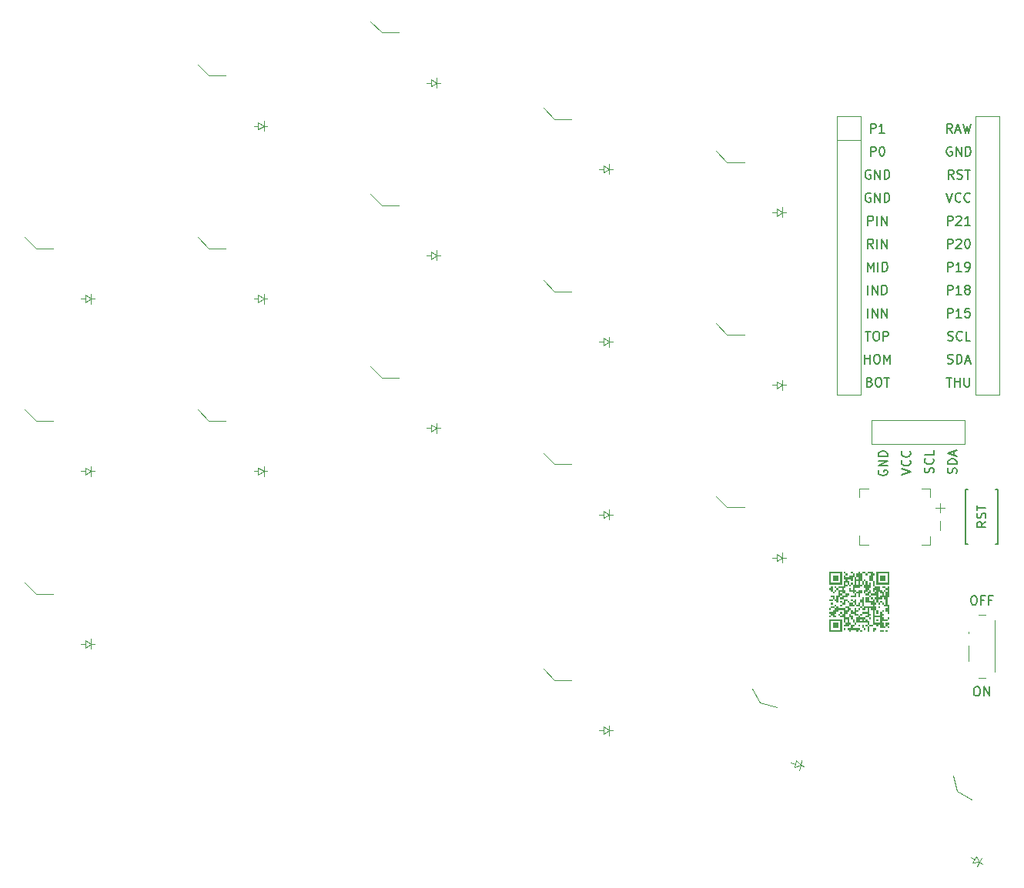
<source format=gbr>
%TF.GenerationSoftware,KiCad,Pcbnew,9.0.7*%
%TF.CreationDate,2026-01-30T15:33:05-05:00*%
%TF.ProjectId,v4,76342e6b-6963-4616-945f-706362585858,rev?*%
%TF.SameCoordinates,Original*%
%TF.FileFunction,Legend,Top*%
%TF.FilePolarity,Positive*%
%FSLAX46Y46*%
G04 Gerber Fmt 4.6, Leading zero omitted, Abs format (unit mm)*
G04 Created by KiCad (PCBNEW 9.0.7) date 2026-01-30 15:33:05*
%MOMM*%
%LPD*%
G01*
G04 APERTURE LIST*
%ADD10C,0.000000*%
%ADD11C,0.150000*%
%ADD12C,0.100000*%
%ADD13C,0.120000*%
G04 APERTURE END LIST*
D10*
G36*
X187144277Y-105471601D02*
G01*
X187144277Y-105672044D01*
X186943829Y-105672044D01*
X186943829Y-105872484D01*
X186943829Y-106072927D01*
X186743381Y-106072927D01*
X186743381Y-105872484D01*
X186542940Y-105872484D01*
X186342500Y-105872484D01*
X186342500Y-106072927D01*
X186542940Y-106072927D01*
X186542940Y-106273367D01*
X186542940Y-106473811D01*
X186342500Y-106473811D01*
X186342500Y-106273367D01*
X186142057Y-106273367D01*
X186142057Y-106473811D01*
X186342500Y-106473811D01*
X186342500Y-106674254D01*
X186142057Y-106674254D01*
X186142057Y-106874694D01*
X185941617Y-106874694D01*
X185941617Y-107075137D01*
X186142057Y-107075137D01*
X186142057Y-107275577D01*
X186142057Y-107476018D01*
X185941617Y-107476018D01*
X185741174Y-107476018D01*
X185741174Y-107275577D01*
X185540730Y-107275577D01*
X185540730Y-107476018D01*
X185741174Y-107476018D01*
X185741174Y-107676466D01*
X185540730Y-107676466D01*
X185540730Y-107876914D01*
X185340290Y-107876914D01*
X185340290Y-108077336D01*
X185340290Y-108277785D01*
X185340290Y-108478233D01*
X185139847Y-108478233D01*
X185139847Y-108277785D01*
X184939407Y-108277785D01*
X184939407Y-108077336D01*
X185139847Y-108077336D01*
X185139847Y-107876914D01*
X185139847Y-107676466D01*
X185340290Y-107676466D01*
X185340290Y-107476018D01*
X185340290Y-107275577D01*
X185340290Y-107075137D01*
X185540730Y-107075137D01*
X185741174Y-107075137D01*
X185741174Y-106874694D01*
X185540730Y-106874694D01*
X185340290Y-106874694D01*
X185340290Y-106674254D01*
X185540730Y-106674254D01*
X185741174Y-106674254D01*
X185941617Y-106674254D01*
X185941617Y-106473811D01*
X185941617Y-106273367D01*
X185941617Y-106072927D01*
X186142057Y-106072927D01*
X186142057Y-105872484D01*
X185941617Y-105872484D01*
X185941617Y-105672044D01*
X185941617Y-105471601D01*
X186142057Y-105471601D01*
X186142057Y-105672044D01*
X186342500Y-105672044D01*
X186542940Y-105672044D01*
X186542940Y-105471601D01*
X186743381Y-105471601D01*
X186943829Y-105471601D01*
X186943829Y-105271160D01*
X187144277Y-105271160D01*
X187144277Y-105471601D01*
G37*
G36*
X189148681Y-108077336D02*
G01*
X188948233Y-108077336D01*
X188948233Y-107876914D01*
X189148681Y-107876914D01*
X189148681Y-108077336D01*
G37*
G36*
X190351344Y-111685301D02*
G01*
X190150897Y-111685301D01*
X189950448Y-111685301D01*
X189950448Y-111484852D01*
X190150897Y-111484852D01*
X190351344Y-111484852D01*
X190351344Y-111685301D01*
G37*
G36*
X184939407Y-107876914D02*
G01*
X184939407Y-108077336D01*
X184738964Y-108077336D01*
X184738964Y-107876914D01*
X184538523Y-107876914D01*
X184538523Y-107676466D01*
X184738964Y-107676466D01*
X184939407Y-107676466D01*
X184939407Y-107876914D01*
G37*
G36*
X189950448Y-109079551D02*
G01*
X189750000Y-109079551D01*
X189750000Y-108879103D01*
X189950448Y-108879103D01*
X189950448Y-109079551D01*
G37*
G36*
X185139847Y-107275577D02*
G01*
X184939407Y-107275577D01*
X184939407Y-107075137D01*
X185139847Y-107075137D01*
X185139847Y-107275577D01*
G37*
G36*
X188346914Y-105271160D02*
G01*
X188146466Y-105271160D01*
X187946044Y-105271160D01*
X187946044Y-105070717D01*
X188146466Y-105070717D01*
X188346914Y-105070717D01*
X188346914Y-105271160D01*
G37*
G36*
X185340290Y-110883534D02*
G01*
X185340290Y-111083981D01*
X185340290Y-111284404D01*
X185139847Y-111284404D01*
X184939407Y-111284404D01*
X184738964Y-111284404D01*
X184738964Y-111083981D01*
X184738964Y-110883534D01*
X184738964Y-110683085D01*
X184939407Y-110683085D01*
X185139847Y-110683085D01*
X185340290Y-110683085D01*
X185340290Y-110883534D01*
G37*
G36*
X188948233Y-107275577D02*
G01*
X188948233Y-107476018D01*
X188747811Y-107476018D01*
X188747811Y-107676466D01*
X188547363Y-107676466D01*
X188346914Y-107676466D01*
X188346914Y-107476018D01*
X188547363Y-107476018D01*
X188547363Y-107275577D01*
X188747811Y-107275577D01*
X188747811Y-107075137D01*
X188948233Y-107075137D01*
X188948233Y-107275577D01*
G37*
G36*
X185340290Y-109079551D02*
G01*
X185540730Y-109079551D01*
X185741174Y-109079551D01*
X185941617Y-109079551D01*
X186142057Y-109079551D01*
X186142057Y-109280000D01*
X186342500Y-109280000D01*
X186342500Y-109079551D01*
X186142057Y-109079551D01*
X186142057Y-108879103D01*
X186342500Y-108879103D01*
X186542940Y-108879103D01*
X186542940Y-109079551D01*
X186743381Y-109079551D01*
X186743381Y-109280000D01*
X186542940Y-109280000D01*
X186542940Y-109480448D01*
X186342500Y-109480448D01*
X186342500Y-109680870D01*
X186142057Y-109680870D01*
X186142057Y-109881318D01*
X186142057Y-110081767D01*
X186342500Y-110081767D01*
X186542940Y-110081767D01*
X186542940Y-109881318D01*
X186542940Y-109680870D01*
X186743381Y-109680870D01*
X186743381Y-109881318D01*
X186943829Y-109881318D01*
X186943829Y-110081767D01*
X186943829Y-110282215D01*
X186743381Y-110282215D01*
X186743381Y-110081767D01*
X186542940Y-110081767D01*
X186542940Y-110282215D01*
X186542940Y-110482637D01*
X186542940Y-110683085D01*
X186743381Y-110683085D01*
X186743381Y-110883534D01*
X186542940Y-110883534D01*
X186542940Y-111083981D01*
X186342500Y-111083981D01*
X186142057Y-111083981D01*
X185941617Y-111083981D01*
X185941617Y-110883534D01*
X186142057Y-110883534D01*
X186142057Y-110683085D01*
X186342500Y-110683085D01*
X186342500Y-110482637D01*
X186342500Y-110282215D01*
X186142057Y-110282215D01*
X186142057Y-110482637D01*
X186142057Y-110683085D01*
X185941617Y-110683085D01*
X185941617Y-110482637D01*
X185941617Y-110282215D01*
X185941617Y-110081767D01*
X185741174Y-110081767D01*
X185540730Y-110081767D01*
X185540730Y-109881318D01*
X185741174Y-109881318D01*
X185741174Y-109680870D01*
X185941617Y-109680870D01*
X185941617Y-109480448D01*
X185941617Y-109280000D01*
X185741174Y-109280000D01*
X185540730Y-109280000D01*
X185340290Y-109280000D01*
X185340290Y-109480448D01*
X185139847Y-109480448D01*
X185139847Y-109680870D01*
X184939407Y-109680870D01*
X184939407Y-109881318D01*
X185139847Y-109881318D01*
X185139847Y-110081767D01*
X184939407Y-110081767D01*
X184738964Y-110081767D01*
X184738964Y-109881318D01*
X184538523Y-109881318D01*
X184538523Y-109680870D01*
X184338080Y-109680870D01*
X184338080Y-109480448D01*
X184538523Y-109480448D01*
X184738964Y-109480448D01*
X184738964Y-109280000D01*
X184939407Y-109280000D01*
X184939407Y-109079551D01*
X185139847Y-109079551D01*
X185139847Y-108879103D01*
X185340290Y-108879103D01*
X185340290Y-109079551D01*
G37*
G36*
X190952664Y-110883534D02*
G01*
X190752215Y-110883534D01*
X190752215Y-111083981D01*
X190551767Y-111083981D01*
X190551767Y-110883534D01*
X190551767Y-110683085D01*
X190752215Y-110683085D01*
X190952664Y-110683085D01*
X190952664Y-110883534D01*
G37*
G36*
X187946044Y-107275577D02*
G01*
X187946044Y-107476018D01*
X187745596Y-107476018D01*
X187745596Y-107676466D01*
X187745596Y-107876914D01*
X187545148Y-107876914D01*
X187545148Y-107676466D01*
X187545148Y-107476018D01*
X187344699Y-107476018D01*
X187344699Y-107275577D01*
X187545148Y-107275577D01*
X187545148Y-107075137D01*
X187745596Y-107075137D01*
X187946044Y-107075137D01*
X187946044Y-107275577D01*
G37*
G36*
X184538523Y-109280000D02*
G01*
X184338080Y-109280000D01*
X184338080Y-109079551D01*
X184538523Y-109079551D01*
X184538523Y-109280000D01*
G37*
G36*
X187745596Y-110081767D02*
G01*
X187946044Y-110081767D01*
X188146466Y-110081767D01*
X188346914Y-110081767D01*
X188346914Y-110282215D01*
X188146466Y-110282215D01*
X188146466Y-110482637D01*
X188346914Y-110482637D01*
X188346914Y-110282215D01*
X188547363Y-110282215D01*
X188547363Y-110482637D01*
X188747811Y-110482637D01*
X188747811Y-110683085D01*
X188747811Y-110883534D01*
X188547363Y-110883534D01*
X188547363Y-110683085D01*
X188346914Y-110683085D01*
X188146466Y-110683085D01*
X187946044Y-110683085D01*
X187745596Y-110683085D01*
X187545148Y-110683085D01*
X187344699Y-110683085D01*
X187344699Y-110482637D01*
X187344699Y-110282215D01*
X187745596Y-110282215D01*
X187745596Y-110482637D01*
X187946044Y-110482637D01*
X187946044Y-110282215D01*
X187745596Y-110282215D01*
X187344699Y-110282215D01*
X187344699Y-110081767D01*
X187545148Y-110081767D01*
X187545148Y-109881318D01*
X187745596Y-109881318D01*
X187745596Y-110081767D01*
G37*
G36*
X187745596Y-108678681D02*
G01*
X187745596Y-108879103D01*
X187545148Y-108879103D01*
X187344699Y-108879103D01*
X187344699Y-108678681D01*
X187545148Y-108678681D01*
X187545148Y-108478233D01*
X187745596Y-108478233D01*
X187745596Y-108678681D01*
G37*
G36*
X187344699Y-109280000D02*
G01*
X187545148Y-109280000D01*
X187545148Y-109480448D01*
X187344699Y-109480448D01*
X187344699Y-109680870D01*
X187545148Y-109680870D01*
X187545148Y-109881318D01*
X187344699Y-109881318D01*
X187144277Y-109881318D01*
X187144277Y-109680870D01*
X186943829Y-109680870D01*
X186743381Y-109680870D01*
X186743381Y-109480448D01*
X186743381Y-109280000D01*
X186943829Y-109280000D01*
X186943829Y-109480448D01*
X187144277Y-109480448D01*
X187144277Y-109280000D01*
X187144277Y-109079551D01*
X187344699Y-109079551D01*
X187344699Y-109280000D01*
G37*
G36*
X186743381Y-106674254D02*
G01*
X186542940Y-106674254D01*
X186542940Y-106473811D01*
X186743381Y-106473811D01*
X186743381Y-106674254D01*
G37*
G36*
X187144277Y-110482637D02*
G01*
X187144277Y-110683085D01*
X186943829Y-110683085D01*
X186943829Y-110482637D01*
X186943829Y-110282215D01*
X187144277Y-110282215D01*
X187144277Y-110482637D01*
G37*
G36*
X187745596Y-111083981D02*
G01*
X187545148Y-111083981D01*
X187545148Y-110883534D01*
X187745596Y-110883534D01*
X187745596Y-111083981D01*
G37*
G36*
X185540730Y-109881318D02*
G01*
X185340290Y-109881318D01*
X185340290Y-109680870D01*
X185540730Y-109680870D01*
X185540730Y-109881318D01*
G37*
G36*
X190952664Y-110282215D02*
G01*
X190752215Y-110282215D01*
X190752215Y-110081767D01*
X190952664Y-110081767D01*
X190952664Y-110282215D01*
G37*
G36*
X185139847Y-106874694D02*
G01*
X184939407Y-106874694D01*
X184939407Y-106674254D01*
X185139847Y-106674254D01*
X185139847Y-106874694D01*
G37*
G36*
X190351344Y-108678681D02*
G01*
X190150897Y-108678681D01*
X190150897Y-108478233D01*
X190351344Y-108478233D01*
X190351344Y-108678681D01*
G37*
G36*
X186342500Y-108277785D02*
G01*
X186142057Y-108277785D01*
X186142057Y-108478233D01*
X186142057Y-108678681D01*
X185941617Y-108678681D01*
X185741174Y-108678681D01*
X185741174Y-108478233D01*
X185941617Y-108478233D01*
X185941617Y-108277785D01*
X185941617Y-108077336D01*
X186142057Y-108077336D01*
X186342500Y-108077336D01*
X186342500Y-108277785D01*
G37*
G36*
X188146466Y-108077336D02*
G01*
X188146466Y-108277785D01*
X188146466Y-108478233D01*
X188146466Y-108678681D01*
X188146466Y-108879103D01*
X187946044Y-108879103D01*
X187946044Y-108678681D01*
X187946044Y-108478233D01*
X187745596Y-108478233D01*
X187745596Y-108277785D01*
X187745596Y-108077336D01*
X187946044Y-108077336D01*
X187946044Y-107876914D01*
X188146466Y-107876914D01*
X188146466Y-108077336D01*
G37*
G36*
X189750000Y-110482637D02*
G01*
X189549578Y-110482637D01*
X189549578Y-110282215D01*
X189750000Y-110282215D01*
X189750000Y-110482637D01*
G37*
G36*
X187946044Y-109079551D02*
G01*
X187745596Y-109079551D01*
X187745596Y-108879103D01*
X187946044Y-108879103D01*
X187946044Y-109079551D01*
G37*
G36*
X190551767Y-107275577D02*
G01*
X190351344Y-107275577D01*
X190351344Y-107075137D01*
X190551767Y-107075137D01*
X190551767Y-107275577D01*
G37*
G36*
X187946044Y-109881318D02*
G01*
X187745596Y-109881318D01*
X187745596Y-109680870D01*
X187946044Y-109680870D01*
X187946044Y-109881318D01*
G37*
G36*
X186142057Y-111484852D02*
G01*
X185941617Y-111484852D01*
X185941617Y-111284404D01*
X186142057Y-111284404D01*
X186142057Y-111484852D01*
G37*
G36*
X185741174Y-108478233D02*
G01*
X185540730Y-108478233D01*
X185540730Y-108277785D01*
X185741174Y-108277785D01*
X185741174Y-108478233D01*
G37*
G36*
X185741174Y-109680870D02*
G01*
X185540730Y-109680870D01*
X185540730Y-109480448D01*
X185741174Y-109480448D01*
X185741174Y-109680870D01*
G37*
G36*
X190150897Y-108478233D02*
G01*
X189950448Y-108478233D01*
X189950448Y-108277785D01*
X190150897Y-108277785D01*
X190150897Y-108478233D01*
G37*
G36*
X186542940Y-107676466D02*
G01*
X186342500Y-107676466D01*
X186342500Y-107876914D01*
X186142057Y-107876914D01*
X185941617Y-107876914D01*
X185941617Y-108077336D01*
X185741174Y-108077336D01*
X185540730Y-108077336D01*
X185540730Y-107876914D01*
X185741174Y-107876914D01*
X185741174Y-107676466D01*
X185941617Y-107676466D01*
X186142057Y-107676466D01*
X186142057Y-107476018D01*
X186342500Y-107476018D01*
X186542940Y-107476018D01*
X186542940Y-107676466D01*
G37*
G36*
X188747811Y-111284404D02*
G01*
X188747811Y-111484852D01*
X188747811Y-111685301D01*
X188547363Y-111685301D01*
X188547363Y-111484852D01*
X188547363Y-111284404D01*
X188547363Y-111083981D01*
X188747811Y-111083981D01*
X188747811Y-111284404D01*
G37*
G36*
X185340290Y-107075137D02*
G01*
X185139847Y-107075137D01*
X185139847Y-106874694D01*
X185340290Y-106874694D01*
X185340290Y-107075137D01*
G37*
G36*
X187745596Y-109280000D02*
G01*
X187545148Y-109280000D01*
X187545148Y-109079551D01*
X187745596Y-109079551D01*
X187745596Y-109280000D01*
G37*
G36*
X188547363Y-106273367D02*
G01*
X188547363Y-106473811D01*
X188747811Y-106473811D01*
X188747811Y-106273367D01*
X188948233Y-106273367D01*
X188948233Y-106473811D01*
X188948233Y-106674254D01*
X188948233Y-106874694D01*
X188747811Y-106874694D01*
X188747811Y-107075137D01*
X188547363Y-107075137D01*
X188547363Y-107275577D01*
X188346914Y-107275577D01*
X188346914Y-107476018D01*
X188146466Y-107476018D01*
X188146466Y-107275577D01*
X188146466Y-107075137D01*
X188346914Y-107075137D01*
X188346914Y-106874694D01*
X188146466Y-106874694D01*
X188146466Y-106674254D01*
X188146466Y-106473811D01*
X188346914Y-106473811D01*
X188346914Y-106273367D01*
X188346914Y-106072927D01*
X188547363Y-106072927D01*
X188547363Y-106273367D01*
G37*
G36*
X184939407Y-109079551D02*
G01*
X184738964Y-109079551D01*
X184538523Y-109079551D01*
X184538523Y-108879103D01*
X184738964Y-108879103D01*
X184939407Y-108879103D01*
X184939407Y-109079551D01*
G37*
G36*
X188346914Y-106072927D02*
G01*
X188146466Y-106072927D01*
X188146466Y-105872484D01*
X188346914Y-105872484D01*
X188346914Y-106072927D01*
G37*
G36*
X189349130Y-106273367D02*
G01*
X189349130Y-106473811D01*
X189349130Y-106674254D01*
X189148681Y-106674254D01*
X189148681Y-106473811D01*
X189148681Y-106273367D01*
X189148681Y-106072927D01*
X189349130Y-106072927D01*
X189349130Y-106273367D01*
G37*
G36*
X190752215Y-111685301D02*
G01*
X190551767Y-111685301D01*
X190551767Y-111484852D01*
X190752215Y-111484852D01*
X190752215Y-111685301D01*
G37*
G36*
X187144277Y-111083981D02*
G01*
X186943829Y-111083981D01*
X186943829Y-111284404D01*
X187144277Y-111284404D01*
X187344699Y-111284404D01*
X187545148Y-111284404D01*
X187745596Y-111284404D01*
X187745596Y-111484852D01*
X187545148Y-111484852D01*
X187545148Y-111685301D01*
X187344699Y-111685301D01*
X187344699Y-111484852D01*
X187144277Y-111484852D01*
X186943829Y-111484852D01*
X186743381Y-111484852D01*
X186743381Y-111685301D01*
X186542940Y-111685301D01*
X186542940Y-111484852D01*
X186342500Y-111484852D01*
X186342500Y-111284404D01*
X186542940Y-111284404D01*
X186743381Y-111284404D01*
X186743381Y-111083981D01*
X186743381Y-110883534D01*
X186943829Y-110883534D01*
X187144277Y-110883534D01*
X187144277Y-111083981D01*
G37*
G36*
X187344699Y-108277785D02*
G01*
X187344699Y-108478233D01*
X187344699Y-108678681D01*
X187144277Y-108678681D01*
X187144277Y-108478233D01*
X186943829Y-108478233D01*
X186943829Y-108277785D01*
X187144277Y-108277785D01*
X187144277Y-108077336D01*
X187344699Y-108077336D01*
X187344699Y-108277785D01*
G37*
G36*
X188346914Y-111484852D02*
G01*
X188146466Y-111484852D01*
X188146466Y-111284404D01*
X188346914Y-111284404D01*
X188346914Y-111484852D01*
G37*
G36*
X186943829Y-108678681D02*
G01*
X187144277Y-108678681D01*
X187144277Y-108879103D01*
X186943829Y-108879103D01*
X186743381Y-108879103D01*
X186542940Y-108879103D01*
X186542940Y-108678681D01*
X186542940Y-108478233D01*
X186743381Y-108478233D01*
X186943829Y-108478233D01*
X186943829Y-108678681D01*
G37*
G36*
X186943829Y-106473811D02*
G01*
X186743381Y-106473811D01*
X186743381Y-106273367D01*
X186943829Y-106273367D01*
X186943829Y-106473811D01*
G37*
G36*
X188948233Y-110282215D02*
G01*
X188747811Y-110282215D01*
X188747811Y-110081767D01*
X188948233Y-110081767D01*
X188948233Y-110282215D01*
G37*
G36*
X184738964Y-108678681D02*
G01*
X184538523Y-108678681D01*
X184538523Y-108478233D01*
X184738964Y-108478233D01*
X184738964Y-108678681D01*
G37*
G36*
X185741174Y-108879103D02*
G01*
X185540730Y-108879103D01*
X185540730Y-108678681D01*
X185741174Y-108678681D01*
X185741174Y-108879103D01*
G37*
G36*
X184738964Y-108277785D02*
G01*
X184538523Y-108277785D01*
X184338080Y-108277785D01*
X184338080Y-108077336D01*
X184538523Y-108077336D01*
X184738964Y-108077336D01*
X184738964Y-108277785D01*
G37*
G36*
X184738964Y-106874694D02*
G01*
X184738964Y-107075137D01*
X184738964Y-107275577D01*
X184538523Y-107275577D01*
X184538523Y-107075137D01*
X184338080Y-107075137D01*
X184338080Y-106874694D01*
X184538523Y-106874694D01*
X184538523Y-106674254D01*
X184738964Y-106674254D01*
X184738964Y-106874694D01*
G37*
G36*
X185139847Y-108879103D02*
G01*
X184939407Y-108879103D01*
X184939407Y-108678681D01*
X185139847Y-108678681D01*
X185139847Y-108879103D01*
G37*
G36*
X190351344Y-109480448D02*
G01*
X190150897Y-109480448D01*
X190150897Y-109280000D01*
X190351344Y-109280000D01*
X190351344Y-109480448D01*
G37*
G36*
X188948233Y-107876914D02*
G01*
X188747811Y-107876914D01*
X188747811Y-107676466D01*
X188948233Y-107676466D01*
X188948233Y-107876914D01*
G37*
G36*
X188547363Y-105471601D02*
G01*
X188346914Y-105471601D01*
X188346914Y-105271160D01*
X188547363Y-105271160D01*
X188547363Y-105471601D01*
G37*
G36*
X188547363Y-111083981D02*
G01*
X188346914Y-111083981D01*
X188346914Y-110883534D01*
X188547363Y-110883534D01*
X188547363Y-111083981D01*
G37*
G36*
X190551767Y-105672044D02*
G01*
X190551767Y-105872484D01*
X190551767Y-106072927D01*
X190351344Y-106072927D01*
X190150897Y-106072927D01*
X189950448Y-106072927D01*
X189950448Y-105872484D01*
X189950448Y-105672044D01*
X189950448Y-105471601D01*
X190150897Y-105471601D01*
X190351344Y-105471601D01*
X190551767Y-105471601D01*
X190551767Y-105672044D01*
G37*
G36*
X189148681Y-111083981D02*
G01*
X188948233Y-111083981D01*
X188747811Y-111083981D01*
X188747811Y-110883534D01*
X188948233Y-110883534D01*
X189148681Y-110883534D01*
X189148681Y-111083981D01*
G37*
G36*
X186943829Y-108277785D02*
G01*
X186743381Y-108277785D01*
X186743381Y-108077336D01*
X186943829Y-108077336D01*
X186943829Y-108277785D01*
G37*
G36*
X186943829Y-105271160D02*
G01*
X186743381Y-105271160D01*
X186743381Y-105070717D01*
X186943829Y-105070717D01*
X186943829Y-105271160D01*
G37*
G36*
X185340290Y-105672044D02*
G01*
X185340290Y-105872484D01*
X185340290Y-106072927D01*
X185139847Y-106072927D01*
X184939407Y-106072927D01*
X184738964Y-106072927D01*
X184738964Y-105872484D01*
X184738964Y-105672044D01*
X184738964Y-105471601D01*
X184939407Y-105471601D01*
X185139847Y-105471601D01*
X185340290Y-105471601D01*
X185340290Y-105672044D01*
G37*
G36*
X190952664Y-105271160D02*
G01*
X190952664Y-105471601D01*
X190952664Y-105672044D01*
X190952664Y-105872484D01*
X190952664Y-106072927D01*
X190952664Y-106273367D01*
X190952664Y-106473811D01*
X190752215Y-106473811D01*
X190551767Y-106473811D01*
X190351344Y-106473811D01*
X190150897Y-106473811D01*
X189950448Y-106473811D01*
X189750000Y-106473811D01*
X189549578Y-106473811D01*
X189549578Y-106273367D01*
X189549578Y-106072927D01*
X189549578Y-105872484D01*
X189549578Y-105672044D01*
X189750000Y-105672044D01*
X189750000Y-105872484D01*
X189750000Y-106072927D01*
X189750000Y-106273367D01*
X189950448Y-106273367D01*
X190150897Y-106273367D01*
X190351344Y-106273367D01*
X190551767Y-106273367D01*
X190752215Y-106273367D01*
X190752215Y-106072927D01*
X190752215Y-105872484D01*
X190752215Y-105672044D01*
X190752215Y-105471601D01*
X190752215Y-105271160D01*
X190551767Y-105271160D01*
X190351344Y-105271160D01*
X190150897Y-105271160D01*
X189950448Y-105271160D01*
X189750000Y-105271160D01*
X189750000Y-105471601D01*
X189750000Y-105672044D01*
X189549578Y-105672044D01*
X189549578Y-105471601D01*
X189549578Y-105271160D01*
X189549578Y-105070717D01*
X189750000Y-105070717D01*
X189950448Y-105070717D01*
X190150897Y-105070717D01*
X190351344Y-105070717D01*
X190551767Y-105070717D01*
X190752215Y-105070717D01*
X190952664Y-105070717D01*
X190952664Y-105271160D01*
G37*
G36*
X189950448Y-108678681D02*
G01*
X189750000Y-108678681D01*
X189750000Y-108478233D01*
X189950448Y-108478233D01*
X189950448Y-108678681D01*
G37*
G36*
X189950448Y-106874694D02*
G01*
X189950448Y-107075137D01*
X190150897Y-107075137D01*
X190150897Y-107275577D01*
X190351344Y-107275577D01*
X190351344Y-107476018D01*
X190351344Y-107676466D01*
X190551767Y-107676466D01*
X190551767Y-107476018D01*
X190551767Y-107275577D01*
X190752215Y-107275577D01*
X190752215Y-107075137D01*
X190551767Y-107075137D01*
X190551767Y-106874694D01*
X190752215Y-106874694D01*
X190752215Y-106674254D01*
X190952664Y-106674254D01*
X190952664Y-106874694D01*
X190952664Y-107075137D01*
X190952664Y-107275577D01*
X190952664Y-107476018D01*
X190952664Y-107676466D01*
X190952664Y-107876914D01*
X190752215Y-107876914D01*
X190752215Y-108077336D01*
X190752215Y-108277785D01*
X190752215Y-108478233D01*
X190752215Y-108678681D01*
X190952664Y-108678681D01*
X190952664Y-108879103D01*
X190952664Y-109079551D01*
X190952664Y-109280000D01*
X190952664Y-109480448D01*
X190952664Y-109680870D01*
X190752215Y-109680870D01*
X190752215Y-109480448D01*
X190551767Y-109480448D01*
X190551767Y-109280000D01*
X190551767Y-109079551D01*
X190752215Y-109079551D01*
X190752215Y-108879103D01*
X190551767Y-108879103D01*
X190351344Y-108879103D01*
X190351344Y-108678681D01*
X190551767Y-108678681D01*
X190551767Y-108478233D01*
X190551767Y-108277785D01*
X190551767Y-108077336D01*
X190351344Y-108077336D01*
X190351344Y-107876914D01*
X190150897Y-107876914D01*
X190150897Y-108077336D01*
X189950448Y-108077336D01*
X189750000Y-108077336D01*
X189750000Y-108277785D01*
X189750000Y-108478233D01*
X189549578Y-108478233D01*
X189549578Y-108277785D01*
X189549578Y-108077336D01*
X189349130Y-108077336D01*
X189349130Y-107876914D01*
X189549578Y-107876914D01*
X189549578Y-107676466D01*
X189750000Y-107676466D01*
X189750000Y-107876914D01*
X189950448Y-107876914D01*
X189950448Y-107676466D01*
X190150897Y-107676466D01*
X190150897Y-107476018D01*
X189950448Y-107476018D01*
X189950448Y-107275577D01*
X189750000Y-107275577D01*
X189750000Y-107476018D01*
X189750000Y-107676466D01*
X189549578Y-107676466D01*
X189349130Y-107676466D01*
X189148681Y-107676466D01*
X188948233Y-107676466D01*
X188948233Y-107476018D01*
X189148681Y-107476018D01*
X189349130Y-107476018D01*
X189349130Y-107275577D01*
X189549578Y-107275577D01*
X189549578Y-107075137D01*
X189349130Y-107075137D01*
X189349130Y-107275577D01*
X189148681Y-107275577D01*
X189148681Y-107075137D01*
X189148681Y-106874694D01*
X189349130Y-106874694D01*
X189349130Y-106674254D01*
X189549578Y-106674254D01*
X189750000Y-106674254D01*
X189950448Y-106674254D01*
X189950448Y-106874694D01*
G37*
G36*
X184939407Y-107476018D02*
G01*
X184738964Y-107476018D01*
X184738964Y-107275577D01*
X184939407Y-107275577D01*
X184939407Y-107476018D01*
G37*
G36*
X188146466Y-111083981D02*
G01*
X188146466Y-111284404D01*
X187946044Y-111284404D01*
X187946044Y-111083981D01*
X187946044Y-110883534D01*
X188146466Y-110883534D01*
X188146466Y-111083981D01*
G37*
G36*
X186342500Y-105471601D02*
G01*
X186142057Y-105471601D01*
X186142057Y-105271160D01*
X186342500Y-105271160D01*
X186342500Y-105471601D01*
G37*
G36*
X190952664Y-111284404D02*
G01*
X190752215Y-111284404D01*
X190752215Y-111083981D01*
X190952664Y-111083981D01*
X190952664Y-111284404D01*
G37*
G36*
X185741174Y-110482637D02*
G01*
X185741174Y-110683085D01*
X185741174Y-110883534D01*
X185741174Y-111083981D01*
X185741174Y-111284404D01*
X185741174Y-111484852D01*
X185741174Y-111685301D01*
X185540730Y-111685301D01*
X185340290Y-111685301D01*
X185139847Y-111685301D01*
X184939407Y-111685301D01*
X184738964Y-111685301D01*
X184538523Y-111685301D01*
X184338080Y-111685301D01*
X184338080Y-111484852D01*
X184338080Y-111284404D01*
X184338080Y-111083981D01*
X184338080Y-110883534D01*
X184538523Y-110883534D01*
X184538523Y-111083981D01*
X184538523Y-111284404D01*
X184538523Y-111484852D01*
X184738964Y-111484852D01*
X184939407Y-111484852D01*
X185139847Y-111484852D01*
X185340290Y-111484852D01*
X185540730Y-111484852D01*
X185540730Y-111284404D01*
X185540730Y-111083981D01*
X185540730Y-110883534D01*
X185540730Y-110683085D01*
X185540730Y-110482637D01*
X185340290Y-110482637D01*
X185139847Y-110482637D01*
X184939407Y-110482637D01*
X184738964Y-110482637D01*
X184538523Y-110482637D01*
X184538523Y-110683085D01*
X184538523Y-110883534D01*
X184338080Y-110883534D01*
X184338080Y-110683085D01*
X184338080Y-110482637D01*
X184338080Y-110282215D01*
X184538523Y-110282215D01*
X184738964Y-110282215D01*
X184939407Y-110282215D01*
X185139847Y-110282215D01*
X185340290Y-110282215D01*
X185540730Y-110282215D01*
X185741174Y-110282215D01*
X185741174Y-110482637D01*
G37*
G36*
X185741174Y-105271160D02*
G01*
X185741174Y-105471601D01*
X185741174Y-105672044D01*
X185741174Y-105872484D01*
X185741174Y-106072927D01*
X185741174Y-106273367D01*
X185741174Y-106473811D01*
X185540730Y-106473811D01*
X185340290Y-106473811D01*
X185139847Y-106473811D01*
X184939407Y-106473811D01*
X184738964Y-106473811D01*
X184538523Y-106473811D01*
X184338080Y-106473811D01*
X184338080Y-106273367D01*
X184338080Y-106072927D01*
X184338080Y-105872484D01*
X184338080Y-105672044D01*
X184538523Y-105672044D01*
X184538523Y-105872484D01*
X184538523Y-106072927D01*
X184538523Y-106273367D01*
X184738964Y-106273367D01*
X184939407Y-106273367D01*
X185139847Y-106273367D01*
X185340290Y-106273367D01*
X185540730Y-106273367D01*
X185540730Y-106072927D01*
X185540730Y-105872484D01*
X185540730Y-105672044D01*
X185540730Y-105471601D01*
X185540730Y-105271160D01*
X185340290Y-105271160D01*
X185139847Y-105271160D01*
X184939407Y-105271160D01*
X184738964Y-105271160D01*
X184538523Y-105271160D01*
X184538523Y-105471601D01*
X184538523Y-105672044D01*
X184338080Y-105672044D01*
X184338080Y-105471601D01*
X184338080Y-105271160D01*
X184338080Y-105070717D01*
X184538523Y-105070717D01*
X184738964Y-105070717D01*
X184939407Y-105070717D01*
X185139847Y-105070717D01*
X185340290Y-105070717D01*
X185540730Y-105070717D01*
X185741174Y-105070717D01*
X185741174Y-105271160D01*
G37*
G36*
X188146466Y-106273367D02*
G01*
X188146466Y-106473811D01*
X187946044Y-106473811D01*
X187946044Y-106273367D01*
X187946044Y-106072927D01*
X188146466Y-106072927D01*
X188146466Y-106273367D01*
G37*
G36*
X189750000Y-109480448D02*
G01*
X189750000Y-109680870D01*
X189549578Y-109680870D01*
X189549578Y-109480448D01*
X189549578Y-109280000D01*
X189750000Y-109280000D01*
X189750000Y-109480448D01*
G37*
G36*
X184538523Y-110081767D02*
G01*
X184338080Y-110081767D01*
X184338080Y-109881318D01*
X184538523Y-109881318D01*
X184538523Y-110081767D01*
G37*
G36*
X188747811Y-108077336D02*
G01*
X188747811Y-108277785D01*
X188948233Y-108277785D01*
X189148681Y-108277785D01*
X189148681Y-108077336D01*
X189349130Y-108077336D01*
X189349130Y-108277785D01*
X189349130Y-108478233D01*
X189549578Y-108478233D01*
X189549578Y-108678681D01*
X189349130Y-108678681D01*
X189349130Y-108879103D01*
X189549578Y-108879103D01*
X189549578Y-109079551D01*
X189549578Y-109280000D01*
X189349130Y-109280000D01*
X189349130Y-109480448D01*
X189349130Y-109680870D01*
X189349130Y-109881318D01*
X189549578Y-109881318D01*
X189750000Y-109881318D01*
X189950448Y-109881318D01*
X189950448Y-109680870D01*
X189950448Y-109480448D01*
X190150897Y-109480448D01*
X190150897Y-109680870D01*
X190351344Y-109680870D01*
X190351344Y-109881318D01*
X190150897Y-109881318D01*
X190150897Y-110081767D01*
X190351344Y-110081767D01*
X190351344Y-110282215D01*
X190551767Y-110282215D01*
X190752215Y-110282215D01*
X190752215Y-110482637D01*
X190551767Y-110482637D01*
X190351344Y-110482637D01*
X190150897Y-110482637D01*
X190150897Y-110683085D01*
X190351344Y-110683085D01*
X190351344Y-110883534D01*
X190351344Y-111083981D01*
X190551767Y-111083981D01*
X190551767Y-111284404D01*
X190351344Y-111284404D01*
X190150897Y-111284404D01*
X189950448Y-111284404D01*
X189950448Y-111083981D01*
X189950448Y-110883534D01*
X189750000Y-110883534D01*
X189750000Y-111083981D01*
X189549578Y-111083981D01*
X189549578Y-110883534D01*
X189349130Y-110883534D01*
X189148681Y-110883534D01*
X189148681Y-110683085D01*
X189148681Y-110482637D01*
X189349130Y-110482637D01*
X189349130Y-110683085D01*
X189549578Y-110683085D01*
X189750000Y-110683085D01*
X189950448Y-110683085D01*
X189950448Y-110482637D01*
X189950448Y-110282215D01*
X189950448Y-110081767D01*
X189750000Y-110081767D01*
X189549578Y-110081767D01*
X189349130Y-110081767D01*
X189349130Y-110282215D01*
X189349130Y-110482637D01*
X189148681Y-110482637D01*
X189148681Y-110282215D01*
X189148681Y-110081767D01*
X189148681Y-109881318D01*
X189148681Y-109680870D01*
X189148681Y-109480448D01*
X189148681Y-109280000D01*
X188948233Y-109280000D01*
X188948233Y-109079551D01*
X188747811Y-109079551D01*
X188747811Y-109280000D01*
X188747811Y-109480448D01*
X188747811Y-109680870D01*
X188948233Y-109680870D01*
X188948233Y-109881318D01*
X188747811Y-109881318D01*
X188747811Y-110081767D01*
X188547363Y-110081767D01*
X188346914Y-110081767D01*
X188346914Y-109881318D01*
X188547363Y-109881318D01*
X188547363Y-109680870D01*
X188346914Y-109680870D01*
X188146466Y-109680870D01*
X187946044Y-109680870D01*
X187946044Y-109480448D01*
X188146466Y-109480448D01*
X188346914Y-109480448D01*
X188547363Y-109480448D01*
X188547363Y-109280000D01*
X188547363Y-109079551D01*
X188346914Y-109079551D01*
X188346914Y-109280000D01*
X188146466Y-109280000D01*
X187946044Y-109280000D01*
X187946044Y-109079551D01*
X188146466Y-109079551D01*
X188146466Y-108879103D01*
X188346914Y-108879103D01*
X188547363Y-108879103D01*
X188747811Y-108879103D01*
X188948233Y-108879103D01*
X189148681Y-108879103D01*
X189148681Y-108678681D01*
X188948233Y-108678681D01*
X188948233Y-108478233D01*
X188747811Y-108478233D01*
X188547363Y-108478233D01*
X188346914Y-108478233D01*
X188346914Y-108277785D01*
X188346914Y-108077336D01*
X188346914Y-107876914D01*
X188547363Y-107876914D01*
X188747811Y-107876914D01*
X188747811Y-108077336D01*
G37*
G36*
X189549578Y-111484852D02*
G01*
X189349130Y-111484852D01*
X189349130Y-111685301D01*
X189148681Y-111685301D01*
X189148681Y-111484852D01*
X189148681Y-111284404D01*
X189349130Y-111284404D01*
X189549578Y-111284404D01*
X189549578Y-111484852D01*
G37*
G36*
X187946044Y-111685301D02*
G01*
X187745596Y-111685301D01*
X187745596Y-111484852D01*
X187946044Y-111484852D01*
X187946044Y-111685301D01*
G37*
G36*
X187344699Y-107676466D02*
G01*
X187344699Y-107876914D01*
X187144277Y-107876914D01*
X186943829Y-107876914D01*
X186743381Y-107876914D01*
X186743381Y-107676466D01*
X186943829Y-107676466D01*
X187144277Y-107676466D01*
X187144277Y-107476018D01*
X187344699Y-107476018D01*
X187344699Y-107676466D01*
G37*
G36*
X186142057Y-105271160D02*
G01*
X185941617Y-105271160D01*
X185941617Y-105070717D01*
X186142057Y-105070717D01*
X186142057Y-105271160D01*
G37*
G36*
X186542940Y-108478233D02*
G01*
X186342500Y-108478233D01*
X186342500Y-108277785D01*
X186542940Y-108277785D01*
X186542940Y-108478233D01*
G37*
G36*
X190551767Y-106874694D02*
G01*
X190351344Y-106874694D01*
X190150897Y-106874694D01*
X190150897Y-106674254D01*
X190351344Y-106674254D01*
X190551767Y-106674254D01*
X190551767Y-106874694D01*
G37*
G36*
X187745596Y-105271160D02*
G01*
X187946044Y-105271160D01*
X187946044Y-105471601D01*
X187946044Y-105672044D01*
X187946044Y-105872484D01*
X187946044Y-106072927D01*
X187745596Y-106072927D01*
X187745596Y-106273367D01*
X187745596Y-106473811D01*
X187946044Y-106473811D01*
X187946044Y-106674254D01*
X187745596Y-106674254D01*
X187745596Y-106874694D01*
X187545148Y-106874694D01*
X187344699Y-106874694D01*
X187144277Y-106874694D01*
X187144277Y-107075137D01*
X187344699Y-107075137D01*
X187344699Y-107275577D01*
X187144277Y-107275577D01*
X187144277Y-107476018D01*
X186943829Y-107476018D01*
X186943829Y-107275577D01*
X186743381Y-107275577D01*
X186542940Y-107275577D01*
X186542940Y-107075137D01*
X186542940Y-106874694D01*
X186743381Y-106874694D01*
X186743381Y-107075137D01*
X186943829Y-107075137D01*
X186943829Y-106874694D01*
X186943829Y-106674254D01*
X186943829Y-106473811D01*
X187144277Y-106473811D01*
X187344699Y-106473811D01*
X187545148Y-106473811D01*
X187545148Y-106273367D01*
X187545148Y-106072927D01*
X187344699Y-106072927D01*
X187344699Y-106273367D01*
X187344699Y-106473811D01*
X187144277Y-106473811D01*
X187144277Y-106273367D01*
X187144277Y-106072927D01*
X187144277Y-105872484D01*
X187144277Y-105672044D01*
X187344699Y-105672044D01*
X187344699Y-105872484D01*
X187545148Y-105872484D01*
X187545148Y-105672044D01*
X187344699Y-105672044D01*
X187344699Y-105471601D01*
X187344699Y-105271160D01*
X187545148Y-105271160D01*
X187545148Y-105070717D01*
X187745596Y-105070717D01*
X187745596Y-105271160D01*
G37*
G36*
X189148681Y-105271160D02*
G01*
X189349130Y-105271160D01*
X189349130Y-105471601D01*
X189148681Y-105471601D01*
X189148681Y-105672044D01*
X189148681Y-105872484D01*
X189148681Y-106072927D01*
X188948233Y-106072927D01*
X188747811Y-106072927D01*
X188747811Y-105872484D01*
X188747811Y-105672044D01*
X188747811Y-105471601D01*
X188948233Y-105471601D01*
X188948233Y-105271160D01*
X188747811Y-105271160D01*
X188547363Y-105271160D01*
X188547363Y-105070717D01*
X188747811Y-105070717D01*
X188948233Y-105070717D01*
X189148681Y-105070717D01*
X189148681Y-105271160D01*
G37*
G36*
X187344699Y-110883534D02*
G01*
X187144277Y-110883534D01*
X187144277Y-110683085D01*
X187344699Y-110683085D01*
X187344699Y-110883534D01*
G37*
D11*
X201564819Y-99557619D02*
X201088628Y-99890952D01*
X201564819Y-100129047D02*
X200564819Y-100129047D01*
X200564819Y-100129047D02*
X200564819Y-99748095D01*
X200564819Y-99748095D02*
X200612438Y-99652857D01*
X200612438Y-99652857D02*
X200660057Y-99605238D01*
X200660057Y-99605238D02*
X200755295Y-99557619D01*
X200755295Y-99557619D02*
X200898152Y-99557619D01*
X200898152Y-99557619D02*
X200993390Y-99605238D01*
X200993390Y-99605238D02*
X201041009Y-99652857D01*
X201041009Y-99652857D02*
X201088628Y-99748095D01*
X201088628Y-99748095D02*
X201088628Y-100129047D01*
X201517200Y-99176666D02*
X201564819Y-99033809D01*
X201564819Y-99033809D02*
X201564819Y-98795714D01*
X201564819Y-98795714D02*
X201517200Y-98700476D01*
X201517200Y-98700476D02*
X201469580Y-98652857D01*
X201469580Y-98652857D02*
X201374342Y-98605238D01*
X201374342Y-98605238D02*
X201279104Y-98605238D01*
X201279104Y-98605238D02*
X201183866Y-98652857D01*
X201183866Y-98652857D02*
X201136247Y-98700476D01*
X201136247Y-98700476D02*
X201088628Y-98795714D01*
X201088628Y-98795714D02*
X201041009Y-98986190D01*
X201041009Y-98986190D02*
X200993390Y-99081428D01*
X200993390Y-99081428D02*
X200945771Y-99129047D01*
X200945771Y-99129047D02*
X200850533Y-99176666D01*
X200850533Y-99176666D02*
X200755295Y-99176666D01*
X200755295Y-99176666D02*
X200660057Y-99129047D01*
X200660057Y-99129047D02*
X200612438Y-99081428D01*
X200612438Y-99081428D02*
X200564819Y-98986190D01*
X200564819Y-98986190D02*
X200564819Y-98748095D01*
X200564819Y-98748095D02*
X200612438Y-98605238D01*
X200564819Y-98319523D02*
X200564819Y-97748095D01*
X201564819Y-98033809D02*
X200564819Y-98033809D01*
X188901905Y-59304819D02*
X188901905Y-58304819D01*
X188901905Y-58304819D02*
X189282857Y-58304819D01*
X189282857Y-58304819D02*
X189378095Y-58352438D01*
X189378095Y-58352438D02*
X189425714Y-58400057D01*
X189425714Y-58400057D02*
X189473333Y-58495295D01*
X189473333Y-58495295D02*
X189473333Y-58638152D01*
X189473333Y-58638152D02*
X189425714Y-58733390D01*
X189425714Y-58733390D02*
X189378095Y-58781009D01*
X189378095Y-58781009D02*
X189282857Y-58828628D01*
X189282857Y-58828628D02*
X188901905Y-58828628D01*
X190092381Y-58304819D02*
X190187619Y-58304819D01*
X190187619Y-58304819D02*
X190282857Y-58352438D01*
X190282857Y-58352438D02*
X190330476Y-58400057D01*
X190330476Y-58400057D02*
X190378095Y-58495295D01*
X190378095Y-58495295D02*
X190425714Y-58685771D01*
X190425714Y-58685771D02*
X190425714Y-58923866D01*
X190425714Y-58923866D02*
X190378095Y-59114342D01*
X190378095Y-59114342D02*
X190330476Y-59209580D01*
X190330476Y-59209580D02*
X190282857Y-59257200D01*
X190282857Y-59257200D02*
X190187619Y-59304819D01*
X190187619Y-59304819D02*
X190092381Y-59304819D01*
X190092381Y-59304819D02*
X189997143Y-59257200D01*
X189997143Y-59257200D02*
X189949524Y-59209580D01*
X189949524Y-59209580D02*
X189901905Y-59114342D01*
X189901905Y-59114342D02*
X189854286Y-58923866D01*
X189854286Y-58923866D02*
X189854286Y-58685771D01*
X189854286Y-58685771D02*
X189901905Y-58495295D01*
X189901905Y-58495295D02*
X189949524Y-58400057D01*
X189949524Y-58400057D02*
X189997143Y-58352438D01*
X189997143Y-58352438D02*
X190092381Y-58304819D01*
X197365714Y-82117200D02*
X197508571Y-82164819D01*
X197508571Y-82164819D02*
X197746666Y-82164819D01*
X197746666Y-82164819D02*
X197841904Y-82117200D01*
X197841904Y-82117200D02*
X197889523Y-82069580D01*
X197889523Y-82069580D02*
X197937142Y-81974342D01*
X197937142Y-81974342D02*
X197937142Y-81879104D01*
X197937142Y-81879104D02*
X197889523Y-81783866D01*
X197889523Y-81783866D02*
X197841904Y-81736247D01*
X197841904Y-81736247D02*
X197746666Y-81688628D01*
X197746666Y-81688628D02*
X197556190Y-81641009D01*
X197556190Y-81641009D02*
X197460952Y-81593390D01*
X197460952Y-81593390D02*
X197413333Y-81545771D01*
X197413333Y-81545771D02*
X197365714Y-81450533D01*
X197365714Y-81450533D02*
X197365714Y-81355295D01*
X197365714Y-81355295D02*
X197413333Y-81260057D01*
X197413333Y-81260057D02*
X197460952Y-81212438D01*
X197460952Y-81212438D02*
X197556190Y-81164819D01*
X197556190Y-81164819D02*
X197794285Y-81164819D01*
X197794285Y-81164819D02*
X197937142Y-81212438D01*
X198365714Y-82164819D02*
X198365714Y-81164819D01*
X198365714Y-81164819D02*
X198603809Y-81164819D01*
X198603809Y-81164819D02*
X198746666Y-81212438D01*
X198746666Y-81212438D02*
X198841904Y-81307676D01*
X198841904Y-81307676D02*
X198889523Y-81402914D01*
X198889523Y-81402914D02*
X198937142Y-81593390D01*
X198937142Y-81593390D02*
X198937142Y-81736247D01*
X198937142Y-81736247D02*
X198889523Y-81926723D01*
X198889523Y-81926723D02*
X198841904Y-82021961D01*
X198841904Y-82021961D02*
X198746666Y-82117200D01*
X198746666Y-82117200D02*
X198603809Y-82164819D01*
X198603809Y-82164819D02*
X198365714Y-82164819D01*
X199318095Y-81879104D02*
X199794285Y-81879104D01*
X199222857Y-82164819D02*
X199556190Y-81164819D01*
X199556190Y-81164819D02*
X199889523Y-82164819D01*
X197889523Y-56764819D02*
X197556190Y-56288628D01*
X197318095Y-56764819D02*
X197318095Y-55764819D01*
X197318095Y-55764819D02*
X197699047Y-55764819D01*
X197699047Y-55764819D02*
X197794285Y-55812438D01*
X197794285Y-55812438D02*
X197841904Y-55860057D01*
X197841904Y-55860057D02*
X197889523Y-55955295D01*
X197889523Y-55955295D02*
X197889523Y-56098152D01*
X197889523Y-56098152D02*
X197841904Y-56193390D01*
X197841904Y-56193390D02*
X197794285Y-56241009D01*
X197794285Y-56241009D02*
X197699047Y-56288628D01*
X197699047Y-56288628D02*
X197318095Y-56288628D01*
X198270476Y-56479104D02*
X198746666Y-56479104D01*
X198175238Y-56764819D02*
X198508571Y-55764819D01*
X198508571Y-55764819D02*
X198841904Y-56764819D01*
X199080000Y-55764819D02*
X199318095Y-56764819D01*
X199318095Y-56764819D02*
X199508571Y-56050533D01*
X199508571Y-56050533D02*
X199699047Y-56764819D01*
X199699047Y-56764819D02*
X199937143Y-55764819D01*
X188616191Y-74544819D02*
X188616191Y-73544819D01*
X189092381Y-74544819D02*
X189092381Y-73544819D01*
X189092381Y-73544819D02*
X189663809Y-74544819D01*
X189663809Y-74544819D02*
X189663809Y-73544819D01*
X190140000Y-74544819D02*
X190140000Y-73544819D01*
X190140000Y-73544819D02*
X190378095Y-73544819D01*
X190378095Y-73544819D02*
X190520952Y-73592438D01*
X190520952Y-73592438D02*
X190616190Y-73687676D01*
X190616190Y-73687676D02*
X190663809Y-73782914D01*
X190663809Y-73782914D02*
X190711428Y-73973390D01*
X190711428Y-73973390D02*
X190711428Y-74116247D01*
X190711428Y-74116247D02*
X190663809Y-74306723D01*
X190663809Y-74306723D02*
X190616190Y-74401961D01*
X190616190Y-74401961D02*
X190520952Y-74497200D01*
X190520952Y-74497200D02*
X190378095Y-74544819D01*
X190378095Y-74544819D02*
X190140000Y-74544819D01*
X188901905Y-56764819D02*
X188901905Y-55764819D01*
X188901905Y-55764819D02*
X189282857Y-55764819D01*
X189282857Y-55764819D02*
X189378095Y-55812438D01*
X189378095Y-55812438D02*
X189425714Y-55860057D01*
X189425714Y-55860057D02*
X189473333Y-55955295D01*
X189473333Y-55955295D02*
X189473333Y-56098152D01*
X189473333Y-56098152D02*
X189425714Y-56193390D01*
X189425714Y-56193390D02*
X189378095Y-56241009D01*
X189378095Y-56241009D02*
X189282857Y-56288628D01*
X189282857Y-56288628D02*
X188901905Y-56288628D01*
X190425714Y-56764819D02*
X189854286Y-56764819D01*
X190140000Y-56764819D02*
X190140000Y-55764819D01*
X190140000Y-55764819D02*
X190044762Y-55907676D01*
X190044762Y-55907676D02*
X189949524Y-56002914D01*
X189949524Y-56002914D02*
X189854286Y-56050533D01*
X188616191Y-66924819D02*
X188616191Y-65924819D01*
X188616191Y-65924819D02*
X188997143Y-65924819D01*
X188997143Y-65924819D02*
X189092381Y-65972438D01*
X189092381Y-65972438D02*
X189140000Y-66020057D01*
X189140000Y-66020057D02*
X189187619Y-66115295D01*
X189187619Y-66115295D02*
X189187619Y-66258152D01*
X189187619Y-66258152D02*
X189140000Y-66353390D01*
X189140000Y-66353390D02*
X189092381Y-66401009D01*
X189092381Y-66401009D02*
X188997143Y-66448628D01*
X188997143Y-66448628D02*
X188616191Y-66448628D01*
X189616191Y-66924819D02*
X189616191Y-65924819D01*
X190092381Y-66924819D02*
X190092381Y-65924819D01*
X190092381Y-65924819D02*
X190663809Y-66924819D01*
X190663809Y-66924819D02*
X190663809Y-65924819D01*
X197365714Y-74544819D02*
X197365714Y-73544819D01*
X197365714Y-73544819D02*
X197746666Y-73544819D01*
X197746666Y-73544819D02*
X197841904Y-73592438D01*
X197841904Y-73592438D02*
X197889523Y-73640057D01*
X197889523Y-73640057D02*
X197937142Y-73735295D01*
X197937142Y-73735295D02*
X197937142Y-73878152D01*
X197937142Y-73878152D02*
X197889523Y-73973390D01*
X197889523Y-73973390D02*
X197841904Y-74021009D01*
X197841904Y-74021009D02*
X197746666Y-74068628D01*
X197746666Y-74068628D02*
X197365714Y-74068628D01*
X198889523Y-74544819D02*
X198318095Y-74544819D01*
X198603809Y-74544819D02*
X198603809Y-73544819D01*
X198603809Y-73544819D02*
X198508571Y-73687676D01*
X198508571Y-73687676D02*
X198413333Y-73782914D01*
X198413333Y-73782914D02*
X198318095Y-73830533D01*
X199460952Y-73973390D02*
X199365714Y-73925771D01*
X199365714Y-73925771D02*
X199318095Y-73878152D01*
X199318095Y-73878152D02*
X199270476Y-73782914D01*
X199270476Y-73782914D02*
X199270476Y-73735295D01*
X199270476Y-73735295D02*
X199318095Y-73640057D01*
X199318095Y-73640057D02*
X199365714Y-73592438D01*
X199365714Y-73592438D02*
X199460952Y-73544819D01*
X199460952Y-73544819D02*
X199651428Y-73544819D01*
X199651428Y-73544819D02*
X199746666Y-73592438D01*
X199746666Y-73592438D02*
X199794285Y-73640057D01*
X199794285Y-73640057D02*
X199841904Y-73735295D01*
X199841904Y-73735295D02*
X199841904Y-73782914D01*
X199841904Y-73782914D02*
X199794285Y-73878152D01*
X199794285Y-73878152D02*
X199746666Y-73925771D01*
X199746666Y-73925771D02*
X199651428Y-73973390D01*
X199651428Y-73973390D02*
X199460952Y-73973390D01*
X199460952Y-73973390D02*
X199365714Y-74021009D01*
X199365714Y-74021009D02*
X199318095Y-74068628D01*
X199318095Y-74068628D02*
X199270476Y-74163866D01*
X199270476Y-74163866D02*
X199270476Y-74354342D01*
X199270476Y-74354342D02*
X199318095Y-74449580D01*
X199318095Y-74449580D02*
X199365714Y-74497200D01*
X199365714Y-74497200D02*
X199460952Y-74544819D01*
X199460952Y-74544819D02*
X199651428Y-74544819D01*
X199651428Y-74544819D02*
X199746666Y-74497200D01*
X199746666Y-74497200D02*
X199794285Y-74449580D01*
X199794285Y-74449580D02*
X199841904Y-74354342D01*
X199841904Y-74354342D02*
X199841904Y-74163866D01*
X199841904Y-74163866D02*
X199794285Y-74068628D01*
X199794285Y-74068628D02*
X199746666Y-74021009D01*
X199746666Y-74021009D02*
X199651428Y-73973390D01*
X188878095Y-60892438D02*
X188782857Y-60844819D01*
X188782857Y-60844819D02*
X188640000Y-60844819D01*
X188640000Y-60844819D02*
X188497143Y-60892438D01*
X188497143Y-60892438D02*
X188401905Y-60987676D01*
X188401905Y-60987676D02*
X188354286Y-61082914D01*
X188354286Y-61082914D02*
X188306667Y-61273390D01*
X188306667Y-61273390D02*
X188306667Y-61416247D01*
X188306667Y-61416247D02*
X188354286Y-61606723D01*
X188354286Y-61606723D02*
X188401905Y-61701961D01*
X188401905Y-61701961D02*
X188497143Y-61797200D01*
X188497143Y-61797200D02*
X188640000Y-61844819D01*
X188640000Y-61844819D02*
X188735238Y-61844819D01*
X188735238Y-61844819D02*
X188878095Y-61797200D01*
X188878095Y-61797200D02*
X188925714Y-61749580D01*
X188925714Y-61749580D02*
X188925714Y-61416247D01*
X188925714Y-61416247D02*
X188735238Y-61416247D01*
X189354286Y-61844819D02*
X189354286Y-60844819D01*
X189354286Y-60844819D02*
X189925714Y-61844819D01*
X189925714Y-61844819D02*
X189925714Y-60844819D01*
X190401905Y-61844819D02*
X190401905Y-60844819D01*
X190401905Y-60844819D02*
X190640000Y-60844819D01*
X190640000Y-60844819D02*
X190782857Y-60892438D01*
X190782857Y-60892438D02*
X190878095Y-60987676D01*
X190878095Y-60987676D02*
X190925714Y-61082914D01*
X190925714Y-61082914D02*
X190973333Y-61273390D01*
X190973333Y-61273390D02*
X190973333Y-61416247D01*
X190973333Y-61416247D02*
X190925714Y-61606723D01*
X190925714Y-61606723D02*
X190878095Y-61701961D01*
X190878095Y-61701961D02*
X190782857Y-61797200D01*
X190782857Y-61797200D02*
X190640000Y-61844819D01*
X190640000Y-61844819D02*
X190401905Y-61844819D01*
X197389524Y-79577200D02*
X197532381Y-79624819D01*
X197532381Y-79624819D02*
X197770476Y-79624819D01*
X197770476Y-79624819D02*
X197865714Y-79577200D01*
X197865714Y-79577200D02*
X197913333Y-79529580D01*
X197913333Y-79529580D02*
X197960952Y-79434342D01*
X197960952Y-79434342D02*
X197960952Y-79339104D01*
X197960952Y-79339104D02*
X197913333Y-79243866D01*
X197913333Y-79243866D02*
X197865714Y-79196247D01*
X197865714Y-79196247D02*
X197770476Y-79148628D01*
X197770476Y-79148628D02*
X197580000Y-79101009D01*
X197580000Y-79101009D02*
X197484762Y-79053390D01*
X197484762Y-79053390D02*
X197437143Y-79005771D01*
X197437143Y-79005771D02*
X197389524Y-78910533D01*
X197389524Y-78910533D02*
X197389524Y-78815295D01*
X197389524Y-78815295D02*
X197437143Y-78720057D01*
X197437143Y-78720057D02*
X197484762Y-78672438D01*
X197484762Y-78672438D02*
X197580000Y-78624819D01*
X197580000Y-78624819D02*
X197818095Y-78624819D01*
X197818095Y-78624819D02*
X197960952Y-78672438D01*
X198960952Y-79529580D02*
X198913333Y-79577200D01*
X198913333Y-79577200D02*
X198770476Y-79624819D01*
X198770476Y-79624819D02*
X198675238Y-79624819D01*
X198675238Y-79624819D02*
X198532381Y-79577200D01*
X198532381Y-79577200D02*
X198437143Y-79481961D01*
X198437143Y-79481961D02*
X198389524Y-79386723D01*
X198389524Y-79386723D02*
X198341905Y-79196247D01*
X198341905Y-79196247D02*
X198341905Y-79053390D01*
X198341905Y-79053390D02*
X198389524Y-78862914D01*
X198389524Y-78862914D02*
X198437143Y-78767676D01*
X198437143Y-78767676D02*
X198532381Y-78672438D01*
X198532381Y-78672438D02*
X198675238Y-78624819D01*
X198675238Y-78624819D02*
X198770476Y-78624819D01*
X198770476Y-78624819D02*
X198913333Y-78672438D01*
X198913333Y-78672438D02*
X198960952Y-78720057D01*
X199865714Y-79624819D02*
X199389524Y-79624819D01*
X199389524Y-79624819D02*
X199389524Y-78624819D01*
X198032380Y-61844819D02*
X197699047Y-61368628D01*
X197460952Y-61844819D02*
X197460952Y-60844819D01*
X197460952Y-60844819D02*
X197841904Y-60844819D01*
X197841904Y-60844819D02*
X197937142Y-60892438D01*
X197937142Y-60892438D02*
X197984761Y-60940057D01*
X197984761Y-60940057D02*
X198032380Y-61035295D01*
X198032380Y-61035295D02*
X198032380Y-61178152D01*
X198032380Y-61178152D02*
X197984761Y-61273390D01*
X197984761Y-61273390D02*
X197937142Y-61321009D01*
X197937142Y-61321009D02*
X197841904Y-61368628D01*
X197841904Y-61368628D02*
X197460952Y-61368628D01*
X198413333Y-61797200D02*
X198556190Y-61844819D01*
X198556190Y-61844819D02*
X198794285Y-61844819D01*
X198794285Y-61844819D02*
X198889523Y-61797200D01*
X198889523Y-61797200D02*
X198937142Y-61749580D01*
X198937142Y-61749580D02*
X198984761Y-61654342D01*
X198984761Y-61654342D02*
X198984761Y-61559104D01*
X198984761Y-61559104D02*
X198937142Y-61463866D01*
X198937142Y-61463866D02*
X198889523Y-61416247D01*
X198889523Y-61416247D02*
X198794285Y-61368628D01*
X198794285Y-61368628D02*
X198603809Y-61321009D01*
X198603809Y-61321009D02*
X198508571Y-61273390D01*
X198508571Y-61273390D02*
X198460952Y-61225771D01*
X198460952Y-61225771D02*
X198413333Y-61130533D01*
X198413333Y-61130533D02*
X198413333Y-61035295D01*
X198413333Y-61035295D02*
X198460952Y-60940057D01*
X198460952Y-60940057D02*
X198508571Y-60892438D01*
X198508571Y-60892438D02*
X198603809Y-60844819D01*
X198603809Y-60844819D02*
X198841904Y-60844819D01*
X198841904Y-60844819D02*
X198984761Y-60892438D01*
X199270476Y-60844819D02*
X199841904Y-60844819D01*
X199556190Y-61844819D02*
X199556190Y-60844819D01*
X197365714Y-77084819D02*
X197365714Y-76084819D01*
X197365714Y-76084819D02*
X197746666Y-76084819D01*
X197746666Y-76084819D02*
X197841904Y-76132438D01*
X197841904Y-76132438D02*
X197889523Y-76180057D01*
X197889523Y-76180057D02*
X197937142Y-76275295D01*
X197937142Y-76275295D02*
X197937142Y-76418152D01*
X197937142Y-76418152D02*
X197889523Y-76513390D01*
X197889523Y-76513390D02*
X197841904Y-76561009D01*
X197841904Y-76561009D02*
X197746666Y-76608628D01*
X197746666Y-76608628D02*
X197365714Y-76608628D01*
X198889523Y-77084819D02*
X198318095Y-77084819D01*
X198603809Y-77084819D02*
X198603809Y-76084819D01*
X198603809Y-76084819D02*
X198508571Y-76227676D01*
X198508571Y-76227676D02*
X198413333Y-76322914D01*
X198413333Y-76322914D02*
X198318095Y-76370533D01*
X199794285Y-76084819D02*
X199318095Y-76084819D01*
X199318095Y-76084819D02*
X199270476Y-76561009D01*
X199270476Y-76561009D02*
X199318095Y-76513390D01*
X199318095Y-76513390D02*
X199413333Y-76465771D01*
X199413333Y-76465771D02*
X199651428Y-76465771D01*
X199651428Y-76465771D02*
X199746666Y-76513390D01*
X199746666Y-76513390D02*
X199794285Y-76561009D01*
X199794285Y-76561009D02*
X199841904Y-76656247D01*
X199841904Y-76656247D02*
X199841904Y-76894342D01*
X199841904Y-76894342D02*
X199794285Y-76989580D01*
X199794285Y-76989580D02*
X199746666Y-77037200D01*
X199746666Y-77037200D02*
X199651428Y-77084819D01*
X199651428Y-77084819D02*
X199413333Y-77084819D01*
X199413333Y-77084819D02*
X199318095Y-77037200D01*
X199318095Y-77037200D02*
X199270476Y-76989580D01*
X197246667Y-63384819D02*
X197580000Y-64384819D01*
X197580000Y-64384819D02*
X197913333Y-63384819D01*
X198818095Y-64289580D02*
X198770476Y-64337200D01*
X198770476Y-64337200D02*
X198627619Y-64384819D01*
X198627619Y-64384819D02*
X198532381Y-64384819D01*
X198532381Y-64384819D02*
X198389524Y-64337200D01*
X198389524Y-64337200D02*
X198294286Y-64241961D01*
X198294286Y-64241961D02*
X198246667Y-64146723D01*
X198246667Y-64146723D02*
X198199048Y-63956247D01*
X198199048Y-63956247D02*
X198199048Y-63813390D01*
X198199048Y-63813390D02*
X198246667Y-63622914D01*
X198246667Y-63622914D02*
X198294286Y-63527676D01*
X198294286Y-63527676D02*
X198389524Y-63432438D01*
X198389524Y-63432438D02*
X198532381Y-63384819D01*
X198532381Y-63384819D02*
X198627619Y-63384819D01*
X198627619Y-63384819D02*
X198770476Y-63432438D01*
X198770476Y-63432438D02*
X198818095Y-63480057D01*
X199818095Y-64289580D02*
X199770476Y-64337200D01*
X199770476Y-64337200D02*
X199627619Y-64384819D01*
X199627619Y-64384819D02*
X199532381Y-64384819D01*
X199532381Y-64384819D02*
X199389524Y-64337200D01*
X199389524Y-64337200D02*
X199294286Y-64241961D01*
X199294286Y-64241961D02*
X199246667Y-64146723D01*
X199246667Y-64146723D02*
X199199048Y-63956247D01*
X199199048Y-63956247D02*
X199199048Y-63813390D01*
X199199048Y-63813390D02*
X199246667Y-63622914D01*
X199246667Y-63622914D02*
X199294286Y-63527676D01*
X199294286Y-63527676D02*
X199389524Y-63432438D01*
X199389524Y-63432438D02*
X199532381Y-63384819D01*
X199532381Y-63384819D02*
X199627619Y-63384819D01*
X199627619Y-63384819D02*
X199770476Y-63432438D01*
X199770476Y-63432438D02*
X199818095Y-63480057D01*
X188806666Y-84181009D02*
X188949523Y-84228628D01*
X188949523Y-84228628D02*
X188997142Y-84276247D01*
X188997142Y-84276247D02*
X189044761Y-84371485D01*
X189044761Y-84371485D02*
X189044761Y-84514342D01*
X189044761Y-84514342D02*
X188997142Y-84609580D01*
X188997142Y-84609580D02*
X188949523Y-84657200D01*
X188949523Y-84657200D02*
X188854285Y-84704819D01*
X188854285Y-84704819D02*
X188473333Y-84704819D01*
X188473333Y-84704819D02*
X188473333Y-83704819D01*
X188473333Y-83704819D02*
X188806666Y-83704819D01*
X188806666Y-83704819D02*
X188901904Y-83752438D01*
X188901904Y-83752438D02*
X188949523Y-83800057D01*
X188949523Y-83800057D02*
X188997142Y-83895295D01*
X188997142Y-83895295D02*
X188997142Y-83990533D01*
X188997142Y-83990533D02*
X188949523Y-84085771D01*
X188949523Y-84085771D02*
X188901904Y-84133390D01*
X188901904Y-84133390D02*
X188806666Y-84181009D01*
X188806666Y-84181009D02*
X188473333Y-84181009D01*
X189663809Y-83704819D02*
X189854285Y-83704819D01*
X189854285Y-83704819D02*
X189949523Y-83752438D01*
X189949523Y-83752438D02*
X190044761Y-83847676D01*
X190044761Y-83847676D02*
X190092380Y-84038152D01*
X190092380Y-84038152D02*
X190092380Y-84371485D01*
X190092380Y-84371485D02*
X190044761Y-84561961D01*
X190044761Y-84561961D02*
X189949523Y-84657200D01*
X189949523Y-84657200D02*
X189854285Y-84704819D01*
X189854285Y-84704819D02*
X189663809Y-84704819D01*
X189663809Y-84704819D02*
X189568571Y-84657200D01*
X189568571Y-84657200D02*
X189473333Y-84561961D01*
X189473333Y-84561961D02*
X189425714Y-84371485D01*
X189425714Y-84371485D02*
X189425714Y-84038152D01*
X189425714Y-84038152D02*
X189473333Y-83847676D01*
X189473333Y-83847676D02*
X189568571Y-83752438D01*
X189568571Y-83752438D02*
X189663809Y-83704819D01*
X190378095Y-83704819D02*
X190949523Y-83704819D01*
X190663809Y-84704819D02*
X190663809Y-83704819D01*
X189187619Y-69464819D02*
X188854286Y-68988628D01*
X188616191Y-69464819D02*
X188616191Y-68464819D01*
X188616191Y-68464819D02*
X188997143Y-68464819D01*
X188997143Y-68464819D02*
X189092381Y-68512438D01*
X189092381Y-68512438D02*
X189140000Y-68560057D01*
X189140000Y-68560057D02*
X189187619Y-68655295D01*
X189187619Y-68655295D02*
X189187619Y-68798152D01*
X189187619Y-68798152D02*
X189140000Y-68893390D01*
X189140000Y-68893390D02*
X189092381Y-68941009D01*
X189092381Y-68941009D02*
X188997143Y-68988628D01*
X188997143Y-68988628D02*
X188616191Y-68988628D01*
X189616191Y-69464819D02*
X189616191Y-68464819D01*
X190092381Y-69464819D02*
X190092381Y-68464819D01*
X190092381Y-68464819D02*
X190663809Y-69464819D01*
X190663809Y-69464819D02*
X190663809Y-68464819D01*
X197365714Y-72004819D02*
X197365714Y-71004819D01*
X197365714Y-71004819D02*
X197746666Y-71004819D01*
X197746666Y-71004819D02*
X197841904Y-71052438D01*
X197841904Y-71052438D02*
X197889523Y-71100057D01*
X197889523Y-71100057D02*
X197937142Y-71195295D01*
X197937142Y-71195295D02*
X197937142Y-71338152D01*
X197937142Y-71338152D02*
X197889523Y-71433390D01*
X197889523Y-71433390D02*
X197841904Y-71481009D01*
X197841904Y-71481009D02*
X197746666Y-71528628D01*
X197746666Y-71528628D02*
X197365714Y-71528628D01*
X198889523Y-72004819D02*
X198318095Y-72004819D01*
X198603809Y-72004819D02*
X198603809Y-71004819D01*
X198603809Y-71004819D02*
X198508571Y-71147676D01*
X198508571Y-71147676D02*
X198413333Y-71242914D01*
X198413333Y-71242914D02*
X198318095Y-71290533D01*
X199365714Y-72004819D02*
X199556190Y-72004819D01*
X199556190Y-72004819D02*
X199651428Y-71957200D01*
X199651428Y-71957200D02*
X199699047Y-71909580D01*
X199699047Y-71909580D02*
X199794285Y-71766723D01*
X199794285Y-71766723D02*
X199841904Y-71576247D01*
X199841904Y-71576247D02*
X199841904Y-71195295D01*
X199841904Y-71195295D02*
X199794285Y-71100057D01*
X199794285Y-71100057D02*
X199746666Y-71052438D01*
X199746666Y-71052438D02*
X199651428Y-71004819D01*
X199651428Y-71004819D02*
X199460952Y-71004819D01*
X199460952Y-71004819D02*
X199365714Y-71052438D01*
X199365714Y-71052438D02*
X199318095Y-71100057D01*
X199318095Y-71100057D02*
X199270476Y-71195295D01*
X199270476Y-71195295D02*
X199270476Y-71433390D01*
X199270476Y-71433390D02*
X199318095Y-71528628D01*
X199318095Y-71528628D02*
X199365714Y-71576247D01*
X199365714Y-71576247D02*
X199460952Y-71623866D01*
X199460952Y-71623866D02*
X199651428Y-71623866D01*
X199651428Y-71623866D02*
X199746666Y-71576247D01*
X199746666Y-71576247D02*
X199794285Y-71528628D01*
X199794285Y-71528628D02*
X199841904Y-71433390D01*
X197818095Y-58352438D02*
X197722857Y-58304819D01*
X197722857Y-58304819D02*
X197580000Y-58304819D01*
X197580000Y-58304819D02*
X197437143Y-58352438D01*
X197437143Y-58352438D02*
X197341905Y-58447676D01*
X197341905Y-58447676D02*
X197294286Y-58542914D01*
X197294286Y-58542914D02*
X197246667Y-58733390D01*
X197246667Y-58733390D02*
X197246667Y-58876247D01*
X197246667Y-58876247D02*
X197294286Y-59066723D01*
X197294286Y-59066723D02*
X197341905Y-59161961D01*
X197341905Y-59161961D02*
X197437143Y-59257200D01*
X197437143Y-59257200D02*
X197580000Y-59304819D01*
X197580000Y-59304819D02*
X197675238Y-59304819D01*
X197675238Y-59304819D02*
X197818095Y-59257200D01*
X197818095Y-59257200D02*
X197865714Y-59209580D01*
X197865714Y-59209580D02*
X197865714Y-58876247D01*
X197865714Y-58876247D02*
X197675238Y-58876247D01*
X198294286Y-59304819D02*
X198294286Y-58304819D01*
X198294286Y-58304819D02*
X198865714Y-59304819D01*
X198865714Y-59304819D02*
X198865714Y-58304819D01*
X199341905Y-59304819D02*
X199341905Y-58304819D01*
X199341905Y-58304819D02*
X199580000Y-58304819D01*
X199580000Y-58304819D02*
X199722857Y-58352438D01*
X199722857Y-58352438D02*
X199818095Y-58447676D01*
X199818095Y-58447676D02*
X199865714Y-58542914D01*
X199865714Y-58542914D02*
X199913333Y-58733390D01*
X199913333Y-58733390D02*
X199913333Y-58876247D01*
X199913333Y-58876247D02*
X199865714Y-59066723D01*
X199865714Y-59066723D02*
X199818095Y-59161961D01*
X199818095Y-59161961D02*
X199722857Y-59257200D01*
X199722857Y-59257200D02*
X199580000Y-59304819D01*
X199580000Y-59304819D02*
X199341905Y-59304819D01*
X197246667Y-83704819D02*
X197818095Y-83704819D01*
X197532381Y-84704819D02*
X197532381Y-83704819D01*
X198151429Y-84704819D02*
X198151429Y-83704819D01*
X198151429Y-84181009D02*
X198722857Y-84181009D01*
X198722857Y-84704819D02*
X198722857Y-83704819D01*
X199199048Y-83704819D02*
X199199048Y-84514342D01*
X199199048Y-84514342D02*
X199246667Y-84609580D01*
X199246667Y-84609580D02*
X199294286Y-84657200D01*
X199294286Y-84657200D02*
X199389524Y-84704819D01*
X199389524Y-84704819D02*
X199580000Y-84704819D01*
X199580000Y-84704819D02*
X199675238Y-84657200D01*
X199675238Y-84657200D02*
X199722857Y-84609580D01*
X199722857Y-84609580D02*
X199770476Y-84514342D01*
X199770476Y-84514342D02*
X199770476Y-83704819D01*
X197365714Y-66924819D02*
X197365714Y-65924819D01*
X197365714Y-65924819D02*
X197746666Y-65924819D01*
X197746666Y-65924819D02*
X197841904Y-65972438D01*
X197841904Y-65972438D02*
X197889523Y-66020057D01*
X197889523Y-66020057D02*
X197937142Y-66115295D01*
X197937142Y-66115295D02*
X197937142Y-66258152D01*
X197937142Y-66258152D02*
X197889523Y-66353390D01*
X197889523Y-66353390D02*
X197841904Y-66401009D01*
X197841904Y-66401009D02*
X197746666Y-66448628D01*
X197746666Y-66448628D02*
X197365714Y-66448628D01*
X198318095Y-66020057D02*
X198365714Y-65972438D01*
X198365714Y-65972438D02*
X198460952Y-65924819D01*
X198460952Y-65924819D02*
X198699047Y-65924819D01*
X198699047Y-65924819D02*
X198794285Y-65972438D01*
X198794285Y-65972438D02*
X198841904Y-66020057D01*
X198841904Y-66020057D02*
X198889523Y-66115295D01*
X198889523Y-66115295D02*
X198889523Y-66210533D01*
X198889523Y-66210533D02*
X198841904Y-66353390D01*
X198841904Y-66353390D02*
X198270476Y-66924819D01*
X198270476Y-66924819D02*
X198889523Y-66924819D01*
X199841904Y-66924819D02*
X199270476Y-66924819D01*
X199556190Y-66924819D02*
X199556190Y-65924819D01*
X199556190Y-65924819D02*
X199460952Y-66067676D01*
X199460952Y-66067676D02*
X199365714Y-66162914D01*
X199365714Y-66162914D02*
X199270476Y-66210533D01*
X188330476Y-78624819D02*
X188901904Y-78624819D01*
X188616190Y-79624819D02*
X188616190Y-78624819D01*
X189425714Y-78624819D02*
X189616190Y-78624819D01*
X189616190Y-78624819D02*
X189711428Y-78672438D01*
X189711428Y-78672438D02*
X189806666Y-78767676D01*
X189806666Y-78767676D02*
X189854285Y-78958152D01*
X189854285Y-78958152D02*
X189854285Y-79291485D01*
X189854285Y-79291485D02*
X189806666Y-79481961D01*
X189806666Y-79481961D02*
X189711428Y-79577200D01*
X189711428Y-79577200D02*
X189616190Y-79624819D01*
X189616190Y-79624819D02*
X189425714Y-79624819D01*
X189425714Y-79624819D02*
X189330476Y-79577200D01*
X189330476Y-79577200D02*
X189235238Y-79481961D01*
X189235238Y-79481961D02*
X189187619Y-79291485D01*
X189187619Y-79291485D02*
X189187619Y-78958152D01*
X189187619Y-78958152D02*
X189235238Y-78767676D01*
X189235238Y-78767676D02*
X189330476Y-78672438D01*
X189330476Y-78672438D02*
X189425714Y-78624819D01*
X190282857Y-79624819D02*
X190282857Y-78624819D01*
X190282857Y-78624819D02*
X190663809Y-78624819D01*
X190663809Y-78624819D02*
X190759047Y-78672438D01*
X190759047Y-78672438D02*
X190806666Y-78720057D01*
X190806666Y-78720057D02*
X190854285Y-78815295D01*
X190854285Y-78815295D02*
X190854285Y-78958152D01*
X190854285Y-78958152D02*
X190806666Y-79053390D01*
X190806666Y-79053390D02*
X190759047Y-79101009D01*
X190759047Y-79101009D02*
X190663809Y-79148628D01*
X190663809Y-79148628D02*
X190282857Y-79148628D01*
X197365714Y-69464819D02*
X197365714Y-68464819D01*
X197365714Y-68464819D02*
X197746666Y-68464819D01*
X197746666Y-68464819D02*
X197841904Y-68512438D01*
X197841904Y-68512438D02*
X197889523Y-68560057D01*
X197889523Y-68560057D02*
X197937142Y-68655295D01*
X197937142Y-68655295D02*
X197937142Y-68798152D01*
X197937142Y-68798152D02*
X197889523Y-68893390D01*
X197889523Y-68893390D02*
X197841904Y-68941009D01*
X197841904Y-68941009D02*
X197746666Y-68988628D01*
X197746666Y-68988628D02*
X197365714Y-68988628D01*
X198318095Y-68560057D02*
X198365714Y-68512438D01*
X198365714Y-68512438D02*
X198460952Y-68464819D01*
X198460952Y-68464819D02*
X198699047Y-68464819D01*
X198699047Y-68464819D02*
X198794285Y-68512438D01*
X198794285Y-68512438D02*
X198841904Y-68560057D01*
X198841904Y-68560057D02*
X198889523Y-68655295D01*
X198889523Y-68655295D02*
X198889523Y-68750533D01*
X198889523Y-68750533D02*
X198841904Y-68893390D01*
X198841904Y-68893390D02*
X198270476Y-69464819D01*
X198270476Y-69464819D02*
X198889523Y-69464819D01*
X199508571Y-68464819D02*
X199603809Y-68464819D01*
X199603809Y-68464819D02*
X199699047Y-68512438D01*
X199699047Y-68512438D02*
X199746666Y-68560057D01*
X199746666Y-68560057D02*
X199794285Y-68655295D01*
X199794285Y-68655295D02*
X199841904Y-68845771D01*
X199841904Y-68845771D02*
X199841904Y-69083866D01*
X199841904Y-69083866D02*
X199794285Y-69274342D01*
X199794285Y-69274342D02*
X199746666Y-69369580D01*
X199746666Y-69369580D02*
X199699047Y-69417200D01*
X199699047Y-69417200D02*
X199603809Y-69464819D01*
X199603809Y-69464819D02*
X199508571Y-69464819D01*
X199508571Y-69464819D02*
X199413333Y-69417200D01*
X199413333Y-69417200D02*
X199365714Y-69369580D01*
X199365714Y-69369580D02*
X199318095Y-69274342D01*
X199318095Y-69274342D02*
X199270476Y-69083866D01*
X199270476Y-69083866D02*
X199270476Y-68845771D01*
X199270476Y-68845771D02*
X199318095Y-68655295D01*
X199318095Y-68655295D02*
X199365714Y-68560057D01*
X199365714Y-68560057D02*
X199413333Y-68512438D01*
X199413333Y-68512438D02*
X199508571Y-68464819D01*
X188592381Y-77084819D02*
X188592381Y-76084819D01*
X189068571Y-77084819D02*
X189068571Y-76084819D01*
X189068571Y-76084819D02*
X189639999Y-77084819D01*
X189639999Y-77084819D02*
X189639999Y-76084819D01*
X190116190Y-77084819D02*
X190116190Y-76084819D01*
X190116190Y-76084819D02*
X190687618Y-77084819D01*
X190687618Y-77084819D02*
X190687618Y-76084819D01*
X188259048Y-82164819D02*
X188259048Y-81164819D01*
X188259048Y-81641009D02*
X188830476Y-81641009D01*
X188830476Y-82164819D02*
X188830476Y-81164819D01*
X189497143Y-81164819D02*
X189687619Y-81164819D01*
X189687619Y-81164819D02*
X189782857Y-81212438D01*
X189782857Y-81212438D02*
X189878095Y-81307676D01*
X189878095Y-81307676D02*
X189925714Y-81498152D01*
X189925714Y-81498152D02*
X189925714Y-81831485D01*
X189925714Y-81831485D02*
X189878095Y-82021961D01*
X189878095Y-82021961D02*
X189782857Y-82117200D01*
X189782857Y-82117200D02*
X189687619Y-82164819D01*
X189687619Y-82164819D02*
X189497143Y-82164819D01*
X189497143Y-82164819D02*
X189401905Y-82117200D01*
X189401905Y-82117200D02*
X189306667Y-82021961D01*
X189306667Y-82021961D02*
X189259048Y-81831485D01*
X189259048Y-81831485D02*
X189259048Y-81498152D01*
X189259048Y-81498152D02*
X189306667Y-81307676D01*
X189306667Y-81307676D02*
X189401905Y-81212438D01*
X189401905Y-81212438D02*
X189497143Y-81164819D01*
X190354286Y-82164819D02*
X190354286Y-81164819D01*
X190354286Y-81164819D02*
X190687619Y-81879104D01*
X190687619Y-81879104D02*
X191020952Y-81164819D01*
X191020952Y-81164819D02*
X191020952Y-82164819D01*
X188878095Y-63432438D02*
X188782857Y-63384819D01*
X188782857Y-63384819D02*
X188640000Y-63384819D01*
X188640000Y-63384819D02*
X188497143Y-63432438D01*
X188497143Y-63432438D02*
X188401905Y-63527676D01*
X188401905Y-63527676D02*
X188354286Y-63622914D01*
X188354286Y-63622914D02*
X188306667Y-63813390D01*
X188306667Y-63813390D02*
X188306667Y-63956247D01*
X188306667Y-63956247D02*
X188354286Y-64146723D01*
X188354286Y-64146723D02*
X188401905Y-64241961D01*
X188401905Y-64241961D02*
X188497143Y-64337200D01*
X188497143Y-64337200D02*
X188640000Y-64384819D01*
X188640000Y-64384819D02*
X188735238Y-64384819D01*
X188735238Y-64384819D02*
X188878095Y-64337200D01*
X188878095Y-64337200D02*
X188925714Y-64289580D01*
X188925714Y-64289580D02*
X188925714Y-63956247D01*
X188925714Y-63956247D02*
X188735238Y-63956247D01*
X189354286Y-64384819D02*
X189354286Y-63384819D01*
X189354286Y-63384819D02*
X189925714Y-64384819D01*
X189925714Y-64384819D02*
X189925714Y-63384819D01*
X190401905Y-64384819D02*
X190401905Y-63384819D01*
X190401905Y-63384819D02*
X190640000Y-63384819D01*
X190640000Y-63384819D02*
X190782857Y-63432438D01*
X190782857Y-63432438D02*
X190878095Y-63527676D01*
X190878095Y-63527676D02*
X190925714Y-63622914D01*
X190925714Y-63622914D02*
X190973333Y-63813390D01*
X190973333Y-63813390D02*
X190973333Y-63956247D01*
X190973333Y-63956247D02*
X190925714Y-64146723D01*
X190925714Y-64146723D02*
X190878095Y-64241961D01*
X190878095Y-64241961D02*
X190782857Y-64337200D01*
X190782857Y-64337200D02*
X190640000Y-64384819D01*
X190640000Y-64384819D02*
X190401905Y-64384819D01*
X188568572Y-72004819D02*
X188568572Y-71004819D01*
X188568572Y-71004819D02*
X188901905Y-71719104D01*
X188901905Y-71719104D02*
X189235238Y-71004819D01*
X189235238Y-71004819D02*
X189235238Y-72004819D01*
X189711429Y-72004819D02*
X189711429Y-71004819D01*
X190187619Y-72004819D02*
X190187619Y-71004819D01*
X190187619Y-71004819D02*
X190425714Y-71004819D01*
X190425714Y-71004819D02*
X190568571Y-71052438D01*
X190568571Y-71052438D02*
X190663809Y-71147676D01*
X190663809Y-71147676D02*
X190711428Y-71242914D01*
X190711428Y-71242914D02*
X190759047Y-71433390D01*
X190759047Y-71433390D02*
X190759047Y-71576247D01*
X190759047Y-71576247D02*
X190711428Y-71766723D01*
X190711428Y-71766723D02*
X190663809Y-71861961D01*
X190663809Y-71861961D02*
X190568571Y-71957200D01*
X190568571Y-71957200D02*
X190425714Y-72004819D01*
X190425714Y-72004819D02*
X190187619Y-72004819D01*
X200157619Y-107714819D02*
X200348095Y-107714819D01*
X200348095Y-107714819D02*
X200443333Y-107762438D01*
X200443333Y-107762438D02*
X200538571Y-107857676D01*
X200538571Y-107857676D02*
X200586190Y-108048152D01*
X200586190Y-108048152D02*
X200586190Y-108381485D01*
X200586190Y-108381485D02*
X200538571Y-108571961D01*
X200538571Y-108571961D02*
X200443333Y-108667200D01*
X200443333Y-108667200D02*
X200348095Y-108714819D01*
X200348095Y-108714819D02*
X200157619Y-108714819D01*
X200157619Y-108714819D02*
X200062381Y-108667200D01*
X200062381Y-108667200D02*
X199967143Y-108571961D01*
X199967143Y-108571961D02*
X199919524Y-108381485D01*
X199919524Y-108381485D02*
X199919524Y-108048152D01*
X199919524Y-108048152D02*
X199967143Y-107857676D01*
X199967143Y-107857676D02*
X200062381Y-107762438D01*
X200062381Y-107762438D02*
X200157619Y-107714819D01*
X201348095Y-108191009D02*
X201014762Y-108191009D01*
X201014762Y-108714819D02*
X201014762Y-107714819D01*
X201014762Y-107714819D02*
X201490952Y-107714819D01*
X202205238Y-108191009D02*
X201871905Y-108191009D01*
X201871905Y-108714819D02*
X201871905Y-107714819D01*
X201871905Y-107714819D02*
X202348095Y-107714819D01*
X200490952Y-117714819D02*
X200681428Y-117714819D01*
X200681428Y-117714819D02*
X200776666Y-117762438D01*
X200776666Y-117762438D02*
X200871904Y-117857676D01*
X200871904Y-117857676D02*
X200919523Y-118048152D01*
X200919523Y-118048152D02*
X200919523Y-118381485D01*
X200919523Y-118381485D02*
X200871904Y-118571961D01*
X200871904Y-118571961D02*
X200776666Y-118667200D01*
X200776666Y-118667200D02*
X200681428Y-118714819D01*
X200681428Y-118714819D02*
X200490952Y-118714819D01*
X200490952Y-118714819D02*
X200395714Y-118667200D01*
X200395714Y-118667200D02*
X200300476Y-118571961D01*
X200300476Y-118571961D02*
X200252857Y-118381485D01*
X200252857Y-118381485D02*
X200252857Y-118048152D01*
X200252857Y-118048152D02*
X200300476Y-117857676D01*
X200300476Y-117857676D02*
X200395714Y-117762438D01*
X200395714Y-117762438D02*
X200490952Y-117714819D01*
X201348095Y-118714819D02*
X201348095Y-117714819D01*
X201348095Y-117714819D02*
X201919523Y-118714819D01*
X201919523Y-118714819D02*
X201919523Y-117714819D01*
X189802438Y-93894398D02*
X189754819Y-93989636D01*
X189754819Y-93989636D02*
X189754819Y-94132493D01*
X189754819Y-94132493D02*
X189802438Y-94275350D01*
X189802438Y-94275350D02*
X189897676Y-94370588D01*
X189897676Y-94370588D02*
X189992914Y-94418207D01*
X189992914Y-94418207D02*
X190183390Y-94465826D01*
X190183390Y-94465826D02*
X190326247Y-94465826D01*
X190326247Y-94465826D02*
X190516723Y-94418207D01*
X190516723Y-94418207D02*
X190611961Y-94370588D01*
X190611961Y-94370588D02*
X190707200Y-94275350D01*
X190707200Y-94275350D02*
X190754819Y-94132493D01*
X190754819Y-94132493D02*
X190754819Y-94037255D01*
X190754819Y-94037255D02*
X190707200Y-93894398D01*
X190707200Y-93894398D02*
X190659580Y-93846779D01*
X190659580Y-93846779D02*
X190326247Y-93846779D01*
X190326247Y-93846779D02*
X190326247Y-94037255D01*
X190754819Y-93418207D02*
X189754819Y-93418207D01*
X189754819Y-93418207D02*
X190754819Y-92846779D01*
X190754819Y-92846779D02*
X189754819Y-92846779D01*
X190754819Y-92370588D02*
X189754819Y-92370588D01*
X189754819Y-92370588D02*
X189754819Y-92132493D01*
X189754819Y-92132493D02*
X189802438Y-91989636D01*
X189802438Y-91989636D02*
X189897676Y-91894398D01*
X189897676Y-91894398D02*
X189992914Y-91846779D01*
X189992914Y-91846779D02*
X190183390Y-91799160D01*
X190183390Y-91799160D02*
X190326247Y-91799160D01*
X190326247Y-91799160D02*
X190516723Y-91846779D01*
X190516723Y-91846779D02*
X190611961Y-91894398D01*
X190611961Y-91894398D02*
X190707200Y-91989636D01*
X190707200Y-91989636D02*
X190754819Y-92132493D01*
X190754819Y-92132493D02*
X190754819Y-92370588D01*
X198327200Y-94227731D02*
X198374819Y-94084874D01*
X198374819Y-94084874D02*
X198374819Y-93846779D01*
X198374819Y-93846779D02*
X198327200Y-93751541D01*
X198327200Y-93751541D02*
X198279580Y-93703922D01*
X198279580Y-93703922D02*
X198184342Y-93656303D01*
X198184342Y-93656303D02*
X198089104Y-93656303D01*
X198089104Y-93656303D02*
X197993866Y-93703922D01*
X197993866Y-93703922D02*
X197946247Y-93751541D01*
X197946247Y-93751541D02*
X197898628Y-93846779D01*
X197898628Y-93846779D02*
X197851009Y-94037255D01*
X197851009Y-94037255D02*
X197803390Y-94132493D01*
X197803390Y-94132493D02*
X197755771Y-94180112D01*
X197755771Y-94180112D02*
X197660533Y-94227731D01*
X197660533Y-94227731D02*
X197565295Y-94227731D01*
X197565295Y-94227731D02*
X197470057Y-94180112D01*
X197470057Y-94180112D02*
X197422438Y-94132493D01*
X197422438Y-94132493D02*
X197374819Y-94037255D01*
X197374819Y-94037255D02*
X197374819Y-93799160D01*
X197374819Y-93799160D02*
X197422438Y-93656303D01*
X198374819Y-93227731D02*
X197374819Y-93227731D01*
X197374819Y-93227731D02*
X197374819Y-92989636D01*
X197374819Y-92989636D02*
X197422438Y-92846779D01*
X197422438Y-92846779D02*
X197517676Y-92751541D01*
X197517676Y-92751541D02*
X197612914Y-92703922D01*
X197612914Y-92703922D02*
X197803390Y-92656303D01*
X197803390Y-92656303D02*
X197946247Y-92656303D01*
X197946247Y-92656303D02*
X198136723Y-92703922D01*
X198136723Y-92703922D02*
X198231961Y-92751541D01*
X198231961Y-92751541D02*
X198327200Y-92846779D01*
X198327200Y-92846779D02*
X198374819Y-92989636D01*
X198374819Y-92989636D02*
X198374819Y-93227731D01*
X198089104Y-92275350D02*
X198089104Y-91799160D01*
X198374819Y-92370588D02*
X197374819Y-92037255D01*
X197374819Y-92037255D02*
X198374819Y-91703922D01*
X195787200Y-94180112D02*
X195834819Y-94037255D01*
X195834819Y-94037255D02*
X195834819Y-93799160D01*
X195834819Y-93799160D02*
X195787200Y-93703922D01*
X195787200Y-93703922D02*
X195739580Y-93656303D01*
X195739580Y-93656303D02*
X195644342Y-93608684D01*
X195644342Y-93608684D02*
X195549104Y-93608684D01*
X195549104Y-93608684D02*
X195453866Y-93656303D01*
X195453866Y-93656303D02*
X195406247Y-93703922D01*
X195406247Y-93703922D02*
X195358628Y-93799160D01*
X195358628Y-93799160D02*
X195311009Y-93989636D01*
X195311009Y-93989636D02*
X195263390Y-94084874D01*
X195263390Y-94084874D02*
X195215771Y-94132493D01*
X195215771Y-94132493D02*
X195120533Y-94180112D01*
X195120533Y-94180112D02*
X195025295Y-94180112D01*
X195025295Y-94180112D02*
X194930057Y-94132493D01*
X194930057Y-94132493D02*
X194882438Y-94084874D01*
X194882438Y-94084874D02*
X194834819Y-93989636D01*
X194834819Y-93989636D02*
X194834819Y-93751541D01*
X194834819Y-93751541D02*
X194882438Y-93608684D01*
X195739580Y-92608684D02*
X195787200Y-92656303D01*
X195787200Y-92656303D02*
X195834819Y-92799160D01*
X195834819Y-92799160D02*
X195834819Y-92894398D01*
X195834819Y-92894398D02*
X195787200Y-93037255D01*
X195787200Y-93037255D02*
X195691961Y-93132493D01*
X195691961Y-93132493D02*
X195596723Y-93180112D01*
X195596723Y-93180112D02*
X195406247Y-93227731D01*
X195406247Y-93227731D02*
X195263390Y-93227731D01*
X195263390Y-93227731D02*
X195072914Y-93180112D01*
X195072914Y-93180112D02*
X194977676Y-93132493D01*
X194977676Y-93132493D02*
X194882438Y-93037255D01*
X194882438Y-93037255D02*
X194834819Y-92894398D01*
X194834819Y-92894398D02*
X194834819Y-92799160D01*
X194834819Y-92799160D02*
X194882438Y-92656303D01*
X194882438Y-92656303D02*
X194930057Y-92608684D01*
X195834819Y-91703922D02*
X195834819Y-92180112D01*
X195834819Y-92180112D02*
X194834819Y-92180112D01*
X192294819Y-94370588D02*
X193294819Y-94037255D01*
X193294819Y-94037255D02*
X192294819Y-93703922D01*
X193199580Y-92799160D02*
X193247200Y-92846779D01*
X193247200Y-92846779D02*
X193294819Y-92989636D01*
X193294819Y-92989636D02*
X193294819Y-93084874D01*
X193294819Y-93084874D02*
X193247200Y-93227731D01*
X193247200Y-93227731D02*
X193151961Y-93322969D01*
X193151961Y-93322969D02*
X193056723Y-93370588D01*
X193056723Y-93370588D02*
X192866247Y-93418207D01*
X192866247Y-93418207D02*
X192723390Y-93418207D01*
X192723390Y-93418207D02*
X192532914Y-93370588D01*
X192532914Y-93370588D02*
X192437676Y-93322969D01*
X192437676Y-93322969D02*
X192342438Y-93227731D01*
X192342438Y-93227731D02*
X192294819Y-93084874D01*
X192294819Y-93084874D02*
X192294819Y-92989636D01*
X192294819Y-92989636D02*
X192342438Y-92846779D01*
X192342438Y-92846779D02*
X192390057Y-92799160D01*
X193199580Y-91799160D02*
X193247200Y-91846779D01*
X193247200Y-91846779D02*
X193294819Y-91989636D01*
X193294819Y-91989636D02*
X193294819Y-92084874D01*
X193294819Y-92084874D02*
X193247200Y-92227731D01*
X193247200Y-92227731D02*
X193151961Y-92322969D01*
X193151961Y-92322969D02*
X193056723Y-92370588D01*
X193056723Y-92370588D02*
X192866247Y-92418207D01*
X192866247Y-92418207D02*
X192723390Y-92418207D01*
X192723390Y-92418207D02*
X192532914Y-92370588D01*
X192532914Y-92370588D02*
X192437676Y-92322969D01*
X192437676Y-92322969D02*
X192342438Y-92227731D01*
X192342438Y-92227731D02*
X192294819Y-92084874D01*
X192294819Y-92084874D02*
X192294819Y-91989636D01*
X192294819Y-91989636D02*
X192342438Y-91846779D01*
X192342438Y-91846779D02*
X192390057Y-91799160D01*
D12*
%TO.C,D3*%
X102560000Y-74610000D02*
X103160000Y-75010000D01*
X102560000Y-75010000D02*
X102060000Y-75010000D01*
X102560000Y-75410000D02*
X102560000Y-74610000D01*
X103160000Y-75010000D02*
X102560000Y-75410000D01*
X103160000Y-75010000D02*
X103160000Y-74460000D01*
X103160000Y-75010000D02*
X103160000Y-75560000D01*
X103560000Y-75010000D02*
X103160000Y-75010000D01*
%TO.C,D4*%
X121560000Y-93610000D02*
X122160000Y-94010000D01*
X121560000Y-94010000D02*
X121060000Y-94010000D01*
X121560000Y-94410000D02*
X121560000Y-93610000D01*
X122160000Y-94010000D02*
X121560000Y-94410000D01*
X122160000Y-94010000D02*
X122160000Y-93460000D01*
X122160000Y-94010000D02*
X122160000Y-94560000D01*
X122560000Y-94010000D02*
X122160000Y-94010000D01*
%TO.C,D17*%
X180494311Y-126579712D02*
X180701366Y-125806971D01*
X180597839Y-126193341D02*
X180114876Y-126063932D01*
X180701366Y-125806971D02*
X181177394Y-126348633D01*
X181177394Y-126348633D02*
X180494311Y-126579712D01*
X181177394Y-126348633D02*
X181035044Y-126879892D01*
X181177394Y-126348633D02*
X181319745Y-125817372D01*
X181563764Y-126452160D02*
X181177394Y-126348633D01*
D11*
%TO.C,RST1*%
X199360000Y-96010000D02*
X199610000Y-96010000D01*
X199360000Y-102010000D02*
X199360000Y-96010000D01*
X199360000Y-102010000D02*
X199610000Y-102010000D01*
X202860000Y-96010000D02*
X202610000Y-96010000D01*
X202860000Y-102010000D02*
X202610000Y-102010000D01*
X202860000Y-102010000D02*
X202860000Y-96010000D01*
D12*
%TO.C,D6*%
X121560000Y-55610000D02*
X122160000Y-56010000D01*
X121560000Y-56010000D02*
X121060000Y-56010000D01*
X121560000Y-56410000D02*
X121560000Y-55610000D01*
X122160000Y-56010000D02*
X121560000Y-56410000D01*
X122160000Y-56010000D02*
X122160000Y-55460000D01*
X122160000Y-56010000D02*
X122160000Y-56560000D01*
X122560000Y-56010000D02*
X122160000Y-56010000D01*
D13*
%TO.C,MCU1*%
X185160000Y-54980000D02*
X185160000Y-85580000D01*
X185160000Y-54980000D02*
X187820000Y-54980000D01*
X185160000Y-85580000D02*
X187820000Y-85580000D01*
X187820000Y-54980000D02*
X187820000Y-85580000D01*
X187820000Y-57580000D02*
X185160000Y-57580000D01*
X200400000Y-54980000D02*
X200400000Y-85580000D01*
X200400000Y-54980000D02*
X203060000Y-54980000D01*
X200400000Y-85580000D02*
X203060000Y-85580000D01*
X203060000Y-54980000D02*
X203060000Y-85580000D01*
D12*
%TO.C,D5*%
X121560000Y-74610000D02*
X122160000Y-75010000D01*
X121560000Y-75010000D02*
X121060000Y-75010000D01*
X121560000Y-75410000D02*
X121560000Y-74610000D01*
X122160000Y-75010000D02*
X121560000Y-75410000D01*
X122160000Y-75010000D02*
X122160000Y-74460000D01*
X122160000Y-75010000D02*
X122160000Y-75560000D01*
X122560000Y-75010000D02*
X122160000Y-75010000D01*
%TO.C,D2*%
X102560000Y-93610000D02*
X103160000Y-94010000D01*
X102560000Y-94010000D02*
X102060000Y-94010000D01*
X102560000Y-94410000D02*
X102560000Y-93610000D01*
X103160000Y-94010000D02*
X102560000Y-94410000D01*
X103160000Y-94010000D02*
X103160000Y-93460000D01*
X103160000Y-94010000D02*
X103160000Y-94560000D01*
X103560000Y-94010000D02*
X103160000Y-94010000D01*
D13*
%TO.C,JST1*%
X187650000Y-95950000D02*
X188650000Y-95950000D01*
X187650000Y-96870000D02*
X187650000Y-95950000D01*
X187650000Y-101070000D02*
X187650000Y-102070000D01*
X187650000Y-102070000D02*
X188650000Y-102070000D01*
X195470000Y-95950000D02*
X194470000Y-95950000D01*
X195470000Y-96870000D02*
X195470000Y-95950000D01*
X195470000Y-101150000D02*
X195470000Y-102070000D01*
X195470000Y-102070000D02*
X194470000Y-102070000D01*
D12*
X196010000Y-98010000D02*
X197010000Y-98010000D01*
X196510000Y-97510000D02*
X196510000Y-98510000D01*
X196510000Y-100510000D02*
X196510000Y-99510000D01*
%TO.C,D13*%
X178560000Y-103110000D02*
X179160000Y-103510000D01*
X178560000Y-103510000D02*
X178060000Y-103510000D01*
X178560000Y-103910000D02*
X178560000Y-103110000D01*
X179160000Y-103510000D02*
X178560000Y-103910000D01*
X179160000Y-103510000D02*
X179160000Y-102960000D01*
X179160000Y-103510000D02*
X179160000Y-104060000D01*
X179560000Y-103510000D02*
X179160000Y-103510000D01*
%TO.C,D14*%
X178560000Y-84110000D02*
X179160000Y-84510000D01*
X178560000Y-84510000D02*
X178060000Y-84510000D01*
X178560000Y-84910000D02*
X178560000Y-84110000D01*
X179160000Y-84510000D02*
X178560000Y-84910000D01*
X179160000Y-84510000D02*
X179160000Y-83960000D01*
X179160000Y-84510000D02*
X179160000Y-85060000D01*
X179560000Y-84510000D02*
X179160000Y-84510000D01*
D13*
%TO.C,PWR1*%
X199685000Y-111860000D02*
X199685000Y-111660000D01*
X199685000Y-114860000D02*
X199685000Y-113160000D01*
X200735000Y-116710000D02*
X201525000Y-116710000D01*
X201525000Y-109810000D02*
X200735000Y-109810000D01*
X202535000Y-116110000D02*
X202535000Y-110410000D01*
D12*
%TO.C,D15*%
X178560000Y-65110000D02*
X179160000Y-65510000D01*
X178560000Y-65510000D02*
X178060000Y-65510000D01*
X178560000Y-65910000D02*
X178560000Y-65110000D01*
X179160000Y-65510000D02*
X178560000Y-65910000D01*
X179160000Y-65510000D02*
X179160000Y-64960000D01*
X179160000Y-65510000D02*
X179160000Y-66060000D01*
X179560000Y-65510000D02*
X179160000Y-65510000D01*
%TO.C,D9*%
X140560000Y-50860000D02*
X141160000Y-51260000D01*
X140560000Y-51260000D02*
X140060000Y-51260000D01*
X140560000Y-51660000D02*
X140560000Y-50860000D01*
X141160000Y-51260000D02*
X140560000Y-51660000D01*
X141160000Y-51260000D02*
X141160000Y-50710000D01*
X141160000Y-51260000D02*
X141160000Y-51810000D01*
X141560000Y-51260000D02*
X141160000Y-51260000D01*
%TO.C,D11*%
X159560000Y-79360000D02*
X160160000Y-79760000D01*
X159560000Y-79760000D02*
X159060000Y-79760000D01*
X159560000Y-80160000D02*
X159560000Y-79360000D01*
X160160000Y-79760000D02*
X159560000Y-80160000D01*
X160160000Y-79760000D02*
X160160000Y-79210000D01*
X160160000Y-79760000D02*
X160160000Y-80310000D01*
X160560000Y-79760000D02*
X160160000Y-79760000D01*
%TO.C,D16*%
X159560000Y-122110000D02*
X160160000Y-122510000D01*
X159560000Y-122510000D02*
X159060000Y-122510000D01*
X159560000Y-122910000D02*
X159560000Y-122110000D01*
X160160000Y-122510000D02*
X159560000Y-122910000D01*
X160160000Y-122510000D02*
X160160000Y-121960000D01*
X160160000Y-122510000D02*
X160160000Y-123060000D01*
X160560000Y-122510000D02*
X160160000Y-122510000D01*
%TO.C,D18*%
X200129839Y-137054486D02*
X200529839Y-136361666D01*
X200329839Y-136708076D02*
X199896826Y-136458076D01*
X200529839Y-136361666D02*
X200849454Y-137008076D01*
X200849454Y-137008076D02*
X200129839Y-137054486D01*
X200849454Y-137008076D02*
X200574454Y-137484390D01*
X200849454Y-137008076D02*
X201124454Y-136531762D01*
X201195864Y-137208076D02*
X200849454Y-137008076D01*
%TO.C,D1*%
X102560000Y-112610000D02*
X103160000Y-113010000D01*
X102560000Y-113010000D02*
X102060000Y-113010000D01*
X102560000Y-113410000D02*
X102560000Y-112610000D01*
X103160000Y-113010000D02*
X102560000Y-113410000D01*
X103160000Y-113010000D02*
X103160000Y-112460000D01*
X103160000Y-113010000D02*
X103160000Y-113560000D01*
X103560000Y-113010000D02*
X103160000Y-113010000D01*
%TO.C,D7*%
X140560000Y-88860000D02*
X141160000Y-89260000D01*
X140560000Y-89260000D02*
X140060000Y-89260000D01*
X140560000Y-89660000D02*
X140560000Y-88860000D01*
X141160000Y-89260000D02*
X140560000Y-89660000D01*
X141160000Y-89260000D02*
X141160000Y-88710000D01*
X141160000Y-89260000D02*
X141160000Y-89810000D01*
X141560000Y-89260000D02*
X141160000Y-89260000D01*
%TO.C,D8*%
X140560000Y-69860000D02*
X141160000Y-70260000D01*
X140560000Y-70260000D02*
X140060000Y-70260000D01*
X140560000Y-70660000D02*
X140560000Y-69860000D01*
X141160000Y-70260000D02*
X140560000Y-70660000D01*
X141160000Y-70260000D02*
X141160000Y-69710000D01*
X141160000Y-70260000D02*
X141160000Y-70810000D01*
X141560000Y-70260000D02*
X141160000Y-70260000D01*
D13*
%TO.C,DISP1*%
X188970000Y-88380000D02*
X188970000Y-91040000D01*
X199250000Y-88380000D02*
X188970000Y-88380000D01*
X199250000Y-88380000D02*
X199250000Y-91040000D01*
X199250000Y-91040000D02*
X188970000Y-91040000D01*
D12*
%TO.C,D10*%
X159560000Y-98360000D02*
X160160000Y-98760000D01*
X159560000Y-98760000D02*
X159060000Y-98760000D01*
X159560000Y-99160000D02*
X159560000Y-98360000D01*
X160160000Y-98760000D02*
X159560000Y-99160000D01*
X160160000Y-98760000D02*
X160160000Y-98210000D01*
X160160000Y-98760000D02*
X160160000Y-99310000D01*
X160560000Y-98760000D02*
X160160000Y-98760000D01*
%TO.C,D12*%
X159560000Y-60360000D02*
X160160000Y-60760000D01*
X159560000Y-60760000D02*
X159060000Y-60760000D01*
X159560000Y-61160000D02*
X159560000Y-60360000D01*
X160160000Y-60760000D02*
X159560000Y-61160000D01*
X160160000Y-60760000D02*
X160160000Y-60210000D01*
X160160000Y-60760000D02*
X160160000Y-61310000D01*
X160560000Y-60760000D02*
X160160000Y-60760000D01*
%TO.C,S7*%
X133890000Y-82490000D02*
X135110000Y-83740000D01*
X135110000Y-83740000D02*
X136990000Y-83740000D01*
%TO.C,S11*%
X152890000Y-72990000D02*
X154110000Y-74240000D01*
X154110000Y-74240000D02*
X155990000Y-74240000D01*
%TO.C,S8*%
X133890000Y-63490000D02*
X135110000Y-64740000D01*
X135110000Y-64740000D02*
X136990000Y-64740000D01*
%TO.C,S5*%
X114890000Y-68240000D02*
X116110000Y-69490000D01*
X116110000Y-69490000D02*
X117990000Y-69490000D01*
%TO.C,S9*%
X133890000Y-44490000D02*
X135110000Y-45740000D01*
X135110000Y-45740000D02*
X136990000Y-45740000D01*
%TO.C,S17*%
X175907318Y-117927700D02*
X176762224Y-119450867D01*
X176762224Y-119450867D02*
X178578166Y-119937447D01*
%TO.C,S15*%
X171890000Y-58740000D02*
X173110000Y-59990000D01*
X173110000Y-59990000D02*
X174990000Y-59990000D01*
%TO.C,S13*%
X171890000Y-96740000D02*
X173110000Y-97990000D01*
X173110000Y-97990000D02*
X174990000Y-97990000D01*
%TO.C,S2*%
X95890000Y-87240000D02*
X97110000Y-88490000D01*
X97110000Y-88490000D02*
X98990000Y-88490000D01*
%TO.C,S14*%
X171890000Y-77740000D02*
X173110000Y-78990000D01*
X173110000Y-78990000D02*
X174990000Y-78990000D01*
%TO.C,S18*%
X197938449Y-127510084D02*
X198370000Y-129202616D01*
X198370000Y-129202616D02*
X199998128Y-130142616D01*
%TO.C,S1*%
X95890000Y-106240000D02*
X97110000Y-107490000D01*
X97110000Y-107490000D02*
X98990000Y-107490000D01*
%TO.C,S6*%
X114890000Y-49240000D02*
X116110000Y-50490000D01*
X116110000Y-50490000D02*
X117990000Y-50490000D01*
%TO.C,S12*%
X152890000Y-53990000D02*
X154110000Y-55240000D01*
X154110000Y-55240000D02*
X155990000Y-55240000D01*
%TO.C,S16*%
X152890000Y-115740000D02*
X154110000Y-116990000D01*
X154110000Y-116990000D02*
X155990000Y-116990000D01*
%TO.C,S3*%
X95890000Y-68240000D02*
X97110000Y-69490000D01*
X97110000Y-69490000D02*
X98990000Y-69490000D01*
%TO.C,S4*%
X114890000Y-87240000D02*
X116110000Y-88490000D01*
X116110000Y-88490000D02*
X117990000Y-88490000D01*
%TO.C,S10*%
X152890000Y-91990000D02*
X154110000Y-93240000D01*
X154110000Y-93240000D02*
X155990000Y-93240000D01*
%TD*%
M02*

</source>
